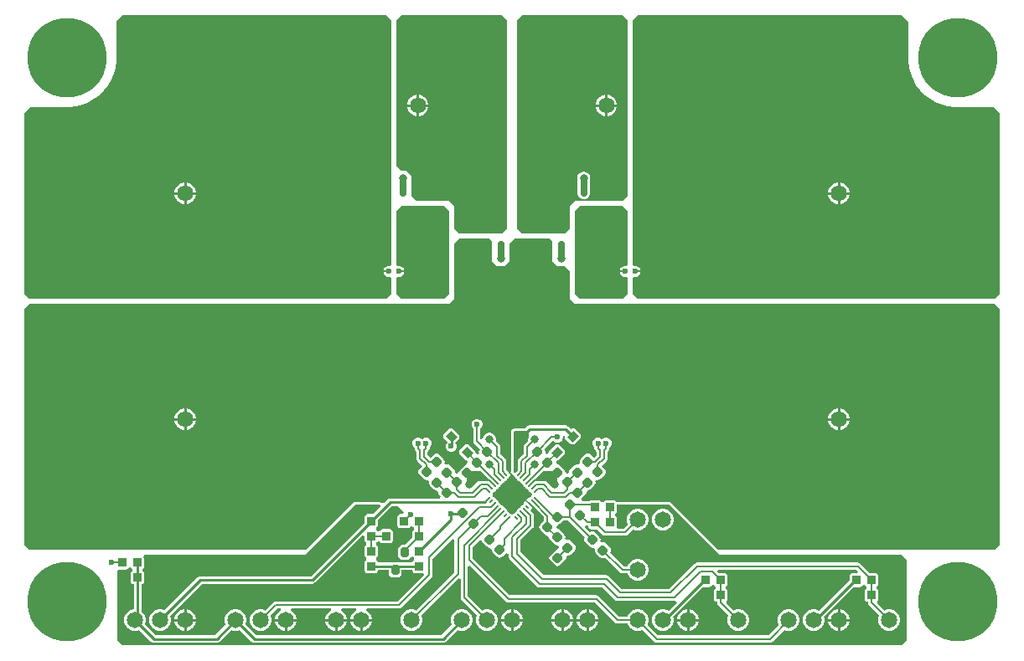
<source format=gtl>
G04*
G04 #@! TF.GenerationSoftware,Altium Limited,Altium Designer,23.3.1 (30)*
G04*
G04 Layer_Physical_Order=1*
G04 Layer_Color=255*
%FSLAX44Y44*%
%MOMM*%
G71*
G04*
G04 #@! TF.SameCoordinates,5E62E50F-23D3-44DB-91C1-88114AFB7521*
G04*
G04*
G04 #@! TF.FilePolarity,Positive*
G04*
G01*
G75*
%ADD10C,0.2000*%
G04:AMPARAMS|DCode=25|XSize=0.889mm|YSize=0.889mm|CornerRadius=0.1111mm|HoleSize=0mm|Usage=FLASHONLY|Rotation=180.000|XOffset=0mm|YOffset=0mm|HoleType=Round|Shape=RoundedRectangle|*
%AMROUNDEDRECTD25*
21,1,0.8890,0.6668,0,0,180.0*
21,1,0.6668,0.8890,0,0,180.0*
1,1,0.2223,-0.3334,0.3334*
1,1,0.2223,0.3334,0.3334*
1,1,0.2223,0.3334,-0.3334*
1,1,0.2223,-0.3334,-0.3334*
%
%ADD25ROUNDEDRECTD25*%
%ADD26R,1.9000X4.4000*%
G04:AMPARAMS|DCode=27|XSize=0.889mm|YSize=0.889mm|CornerRadius=0.0889mm|HoleSize=0mm|Usage=FLASHONLY|Rotation=0.000|XOffset=0mm|YOffset=0mm|HoleType=Round|Shape=RoundedRectangle|*
%AMROUNDEDRECTD27*
21,1,0.8890,0.7112,0,0,0.0*
21,1,0.7112,0.8890,0,0,0.0*
1,1,0.1778,0.3556,-0.3556*
1,1,0.1778,-0.3556,-0.3556*
1,1,0.1778,-0.3556,0.3556*
1,1,0.1778,0.3556,0.3556*
%
%ADD27ROUNDEDRECTD27*%
G04:AMPARAMS|DCode=28|XSize=0.889mm|YSize=0.889mm|CornerRadius=0.1111mm|HoleSize=0mm|Usage=FLASHONLY|Rotation=270.000|XOffset=0mm|YOffset=0mm|HoleType=Round|Shape=RoundedRectangle|*
%AMROUNDEDRECTD28*
21,1,0.8890,0.6668,0,0,270.0*
21,1,0.6668,0.8890,0,0,270.0*
1,1,0.2223,-0.3334,-0.3334*
1,1,0.2223,-0.3334,0.3334*
1,1,0.2223,0.3334,0.3334*
1,1,0.2223,0.3334,-0.3334*
%
%ADD28ROUNDEDRECTD28*%
G04:AMPARAMS|DCode=29|XSize=0.802mm|YSize=0.972mm|CornerRadius=0.2005mm|HoleSize=0mm|Usage=FLASHONLY|Rotation=0.000|XOffset=0mm|YOffset=0mm|HoleType=Round|Shape=RoundedRectangle|*
%AMROUNDEDRECTD29*
21,1,0.8020,0.5710,0,0,0.0*
21,1,0.4010,0.9720,0,0,0.0*
1,1,0.4010,0.2005,-0.2855*
1,1,0.4010,-0.2005,-0.2855*
1,1,0.4010,-0.2005,0.2855*
1,1,0.4010,0.2005,0.2855*
%
%ADD29ROUNDEDRECTD29*%
G04:AMPARAMS|DCode=30|XSize=1.0795mm|YSize=1.397mm|CornerRadius=0.108mm|HoleSize=0mm|Usage=FLASHONLY|Rotation=90.000|XOffset=0mm|YOffset=0mm|HoleType=Round|Shape=RoundedRectangle|*
%AMROUNDEDRECTD30*
21,1,1.0795,1.1811,0,0,90.0*
21,1,0.8636,1.3970,0,0,90.0*
1,1,0.2159,0.5906,0.4318*
1,1,0.2159,0.5906,-0.4318*
1,1,0.2159,-0.5906,-0.4318*
1,1,0.2159,-0.5906,0.4318*
%
%ADD30ROUNDEDRECTD30*%
G04:AMPARAMS|DCode=31|XSize=0.5mm|YSize=0.2mm|CornerRadius=0mm|HoleSize=0mm|Usage=FLASHONLY|Rotation=135.000|XOffset=0mm|YOffset=0mm|HoleType=Round|Shape=Round|*
%AMOVALD31*
21,1,0.3000,0.2000,0.0000,0.0000,135.0*
1,1,0.2000,0.1061,-0.1061*
1,1,0.2000,-0.1061,0.1061*
%
%ADD31OVALD31*%

G04:AMPARAMS|DCode=32|XSize=0.5mm|YSize=0.2mm|CornerRadius=0mm|HoleSize=0mm|Usage=FLASHONLY|Rotation=225.000|XOffset=0mm|YOffset=0mm|HoleType=Round|Shape=Round|*
%AMOVALD32*
21,1,0.3000,0.2000,0.0000,0.0000,225.0*
1,1,0.2000,0.1061,0.1061*
1,1,0.2000,-0.1061,-0.1061*
%
%ADD32OVALD32*%

G04:AMPARAMS|DCode=33|XSize=0.889mm|YSize=0.889mm|CornerRadius=0.0889mm|HoleSize=0mm|Usage=FLASHONLY|Rotation=315.000|XOffset=0mm|YOffset=0mm|HoleType=Round|Shape=RoundedRectangle|*
%AMROUNDEDRECTD33*
21,1,0.8890,0.7112,0,0,315.0*
21,1,0.7112,0.8890,0,0,315.0*
1,1,0.1778,0.0000,-0.5029*
1,1,0.1778,-0.5029,0.0000*
1,1,0.1778,0.0000,0.5029*
1,1,0.1778,0.5029,0.0000*
%
%ADD33ROUNDEDRECTD33*%
G04:AMPARAMS|DCode=34|XSize=0.889mm|YSize=0.889mm|CornerRadius=0.1111mm|HoleSize=0mm|Usage=FLASHONLY|Rotation=315.000|XOffset=0mm|YOffset=0mm|HoleType=Round|Shape=RoundedRectangle|*
%AMROUNDEDRECTD34*
21,1,0.8890,0.6668,0,0,315.0*
21,1,0.6668,0.8890,0,0,315.0*
1,1,0.2223,0.0000,-0.4715*
1,1,0.2223,-0.4715,0.0000*
1,1,0.2223,0.0000,0.4715*
1,1,0.2223,0.4715,0.0000*
%
%ADD34ROUNDEDRECTD34*%
G04:AMPARAMS|DCode=35|XSize=0.889mm|YSize=0.889mm|CornerRadius=0.1111mm|HoleSize=0mm|Usage=FLASHONLY|Rotation=225.000|XOffset=0mm|YOffset=0mm|HoleType=Round|Shape=RoundedRectangle|*
%AMROUNDEDRECTD35*
21,1,0.8890,0.6668,0,0,225.0*
21,1,0.6668,0.8890,0,0,225.0*
1,1,0.2223,-0.4715,0.0000*
1,1,0.2223,0.0000,0.4715*
1,1,0.2223,0.4715,0.0000*
1,1,0.2223,0.0000,-0.4715*
%
%ADD35ROUNDEDRECTD35*%
G04:AMPARAMS|DCode=36|XSize=0.889mm|YSize=0.889mm|CornerRadius=0.0889mm|HoleSize=0mm|Usage=FLASHONLY|Rotation=45.000|XOffset=0mm|YOffset=0mm|HoleType=Round|Shape=RoundedRectangle|*
%AMROUNDEDRECTD36*
21,1,0.8890,0.7112,0,0,45.0*
21,1,0.7112,0.8890,0,0,45.0*
1,1,0.1778,0.5029,0.0000*
1,1,0.1778,0.0000,-0.5029*
1,1,0.1778,-0.5029,0.0000*
1,1,0.1778,0.0000,0.5029*
%
%ADD36ROUNDEDRECTD36*%
G04:AMPARAMS|DCode=37|XSize=0.9mm|YSize=0.8mm|CornerRadius=0.1mm|HoleSize=0mm|Usage=FLASHONLY|Rotation=45.000|XOffset=0mm|YOffset=0mm|HoleType=Round|Shape=RoundedRectangle|*
%AMROUNDEDRECTD37*
21,1,0.9000,0.6000,0,0,45.0*
21,1,0.7000,0.8000,0,0,45.0*
1,1,0.2000,0.4596,0.0354*
1,1,0.2000,-0.0354,-0.4596*
1,1,0.2000,-0.4596,-0.0354*
1,1,0.2000,0.0354,0.4596*
%
%ADD37ROUNDEDRECTD37*%
G04:AMPARAMS|DCode=38|XSize=0.9mm|YSize=0.8mm|CornerRadius=0.1mm|HoleSize=0mm|Usage=FLASHONLY|Rotation=135.000|XOffset=0mm|YOffset=0mm|HoleType=Round|Shape=RoundedRectangle|*
%AMROUNDEDRECTD38*
21,1,0.9000,0.6000,0,0,135.0*
21,1,0.7000,0.8000,0,0,135.0*
1,1,0.2000,-0.0354,0.4596*
1,1,0.2000,0.4596,-0.0354*
1,1,0.2000,0.0354,-0.4596*
1,1,0.2000,-0.4596,0.0354*
%
%ADD38ROUNDEDRECTD38*%
G04:AMPARAMS|DCode=39|XSize=0.889mm|YSize=0.889mm|CornerRadius=0.0889mm|HoleSize=0mm|Usage=FLASHONLY|Rotation=90.000|XOffset=0mm|YOffset=0mm|HoleType=Round|Shape=RoundedRectangle|*
%AMROUNDEDRECTD39*
21,1,0.8890,0.7112,0,0,90.0*
21,1,0.7112,0.8890,0,0,90.0*
1,1,0.1778,0.3556,0.3556*
1,1,0.1778,0.3556,-0.3556*
1,1,0.1778,-0.3556,-0.3556*
1,1,0.1778,-0.3556,0.3556*
%
%ADD39ROUNDEDRECTD39*%
%ADD40R,3.2500X5.0000*%
G04:AMPARAMS|DCode=41|XSize=2.7mm|YSize=1.3mm|CornerRadius=0.1625mm|HoleSize=0mm|Usage=FLASHONLY|Rotation=180.000|XOffset=0mm|YOffset=0mm|HoleType=Round|Shape=RoundedRectangle|*
%AMROUNDEDRECTD41*
21,1,2.7000,0.9750,0,0,180.0*
21,1,2.3750,1.3000,0,0,180.0*
1,1,0.3250,-1.1875,0.4875*
1,1,0.3250,1.1875,0.4875*
1,1,0.3250,1.1875,-0.4875*
1,1,0.3250,-1.1875,-0.4875*
%
%ADD41ROUNDEDRECTD41*%
G04:AMPARAMS|DCode=42|XSize=1.27mm|YSize=2.032mm|CornerRadius=0.127mm|HoleSize=0mm|Usage=FLASHONLY|Rotation=0.000|XOffset=0mm|YOffset=0mm|HoleType=Round|Shape=RoundedRectangle|*
%AMROUNDEDRECTD42*
21,1,1.2700,1.7780,0,0,0.0*
21,1,1.0160,2.0320,0,0,0.0*
1,1,0.2540,0.5080,-0.8890*
1,1,0.2540,-0.5080,-0.8890*
1,1,0.2540,-0.5080,0.8890*
1,1,0.2540,0.5080,0.8890*
%
%ADD42ROUNDEDRECTD42*%
G04:AMPARAMS|DCode=68|XSize=0.7mm|YSize=1.15mm|CornerRadius=0.175mm|HoleSize=0mm|Usage=FLASHONLY|Rotation=180.000|XOffset=0mm|YOffset=0mm|HoleType=Round|Shape=RoundedRectangle|*
%AMROUNDEDRECTD68*
21,1,0.7000,0.8000,0,0,180.0*
21,1,0.3500,1.1500,0,0,180.0*
1,1,0.3500,-0.1750,0.4000*
1,1,0.3500,0.1750,0.4000*
1,1,0.3500,0.1750,-0.4000*
1,1,0.3500,-0.1750,-0.4000*
%
%ADD68ROUNDEDRECTD68*%
G04:AMPARAMS|DCode=69|XSize=4.7mm|YSize=1.5mm|CornerRadius=0.15mm|HoleSize=0mm|Usage=FLASHONLY|Rotation=180.000|XOffset=0mm|YOffset=0mm|HoleType=Round|Shape=RoundedRectangle|*
%AMROUNDEDRECTD69*
21,1,4.7000,1.2000,0,0,180.0*
21,1,4.4000,1.5000,0,0,180.0*
1,1,0.3000,-2.2000,0.6000*
1,1,0.3000,2.2000,0.6000*
1,1,0.3000,2.2000,-0.6000*
1,1,0.3000,-2.2000,-0.6000*
%
%ADD69ROUNDEDRECTD69*%
G04:AMPARAMS|DCode=70|XSize=4.2mm|YSize=3.3mm|CornerRadius=0.198mm|HoleSize=0mm|Usage=FLASHONLY|Rotation=180.000|XOffset=0mm|YOffset=0mm|HoleType=Round|Shape=RoundedRectangle|*
%AMROUNDEDRECTD70*
21,1,4.2000,2.9040,0,0,180.0*
21,1,3.8040,3.3000,0,0,180.0*
1,1,0.3960,-1.9020,1.4520*
1,1,0.3960,1.9020,1.4520*
1,1,0.3960,1.9020,-1.4520*
1,1,0.3960,-1.9020,-1.4520*
%
%ADD70ROUNDEDRECTD70*%
%ADD71P,3.9598X4X360.0*%
%ADD72C,0.2000*%
%ADD73C,0.2540*%
%ADD74C,0.7000*%
%ADD75C,1.6500*%
%ADD76C,9.0000*%
%ADD77C,8.0000*%
%ADD78C,0.6000*%
%ADD79C,0.8000*%
%ADD80C,0.5000*%
G36*
X661760Y693140D02*
X666840Y688060D01*
Y510260D01*
X661760Y505180D01*
X613500D01*
X608420Y500100D01*
Y477240D01*
X603340Y472160D01*
X560160D01*
X555080Y477240D01*
X555080Y688060D01*
X560160Y693140D01*
X661760Y693140D01*
D02*
G37*
G36*
X539840D02*
X544920Y688060D01*
Y477240D01*
X539840Y472160D01*
X496660D01*
X491580Y477240D01*
Y500100D01*
X486500Y505180D01*
X453480D01*
X448400Y510260D01*
Y530580D01*
X443320Y535660D01*
X438240Y535660D01*
X433160Y540740D01*
Y688060D01*
X438240Y693140D01*
X539840Y693140D01*
D02*
G37*
G36*
X590640Y464540D02*
Y444220D01*
X595720Y439140D01*
X603340D01*
X608420Y434060D01*
Y406120D01*
X613500Y401040D01*
X1037680D01*
X1042760Y395960D01*
X1042760Y157200D01*
X1037680Y152120D01*
X758132D01*
X710581Y199671D01*
X709741Y200233D01*
X708750Y200430D01*
X656112D01*
X655738Y200355D01*
X655088Y201328D01*
X653954Y202086D01*
X652616Y202352D01*
X645504D01*
X644166Y202086D01*
X643032Y201328D01*
X642551Y200609D01*
X641775Y200443D01*
X641105D01*
X640329Y200609D01*
X639848Y201328D01*
X638714Y202086D01*
X637376Y202352D01*
X630264D01*
X628926Y202086D01*
X628434Y201758D01*
X620676D01*
X619847Y203757D01*
X623849Y207760D01*
X624607Y208894D01*
X624851Y210122D01*
X624911Y210295D01*
X625866Y211911D01*
X626395Y212055D01*
X627317Y212238D01*
X628524Y213045D01*
X633239Y217759D01*
X634046Y218967D01*
X634329Y220392D01*
X634139Y221350D01*
X634631Y222091D01*
X634969Y222430D01*
X635710Y222921D01*
X636668Y222731D01*
X638093Y223014D01*
X639301Y223821D01*
X644015Y228536D01*
X644822Y229743D01*
X645106Y231168D01*
X644822Y232593D01*
X644015Y233801D01*
X640544Y237271D01*
X645452Y242179D01*
X646235Y243350D01*
X646509Y244732D01*
Y251504D01*
X647443Y252438D01*
X648225Y253609D01*
X648500Y254990D01*
Y255845D01*
X649587Y256932D01*
X650431Y258968D01*
Y261172D01*
X649587Y263208D01*
X648029Y264767D01*
X645993Y265610D01*
X643789D01*
X641752Y264767D01*
X640900Y263914D01*
X640048Y264767D01*
X638011Y265610D01*
X635807D01*
X633771Y264767D01*
X632213Y263208D01*
X631369Y261172D01*
Y258968D01*
X632213Y256932D01*
X633300Y255845D01*
Y254990D01*
X633575Y253609D01*
X634357Y252438D01*
X635291Y251504D01*
Y247883D01*
X632612Y245204D01*
X629141Y248675D01*
X627933Y249482D01*
X626508Y249766D01*
X625084Y249482D01*
X623876Y248675D01*
X619161Y243960D01*
X618354Y242753D01*
X618071Y241328D01*
X618261Y240370D01*
X617770Y239629D01*
X617431Y239291D01*
X616690Y238799D01*
X615732Y238989D01*
X614307Y238706D01*
X613100Y237899D01*
X608385Y233184D01*
X607578Y231977D01*
X607394Y231055D01*
X607251Y230526D01*
X605635Y229571D01*
X603942Y230584D01*
X603834Y231071D01*
X603671Y231890D01*
X602913Y233024D01*
X597884Y238053D01*
X596750Y238811D01*
X595932Y238974D01*
X595724Y239020D01*
X594669Y240811D01*
X595181Y242420D01*
X595888Y242668D01*
X596236Y242738D01*
X597407Y243520D01*
X602357Y248470D01*
X603139Y249641D01*
X603414Y251022D01*
X603139Y252403D01*
X602357Y253574D01*
X598114Y257817D01*
X596943Y258599D01*
X595562Y258874D01*
X594181Y258599D01*
X593010Y257817D01*
X588060Y252867D01*
X587277Y251696D01*
X587114Y250873D01*
X587003Y250315D01*
X585868Y249237D01*
X585020Y249068D01*
X584354Y249500D01*
X583880Y249974D01*
X583448Y250640D01*
X583617Y251488D01*
X583351Y252826D01*
X582623Y253915D01*
X591507Y262799D01*
X592582Y261723D01*
X594618Y260880D01*
X596822D01*
X598858Y261723D01*
X600417Y263282D01*
X601260Y265318D01*
Y267522D01*
X602265Y268455D01*
X603353Y267017D01*
X603266Y266578D01*
X603541Y265197D01*
X604323Y264026D01*
X608566Y259783D01*
X609737Y259001D01*
X611118Y258726D01*
X612499Y259001D01*
X613670Y259783D01*
X618620Y264733D01*
X619403Y265904D01*
X619677Y267285D01*
X619403Y268666D01*
X618620Y269837D01*
X614378Y274080D01*
X613206Y274862D01*
X611825Y275137D01*
X610444Y274862D01*
X609599Y274298D01*
X606943Y276954D01*
X605683Y277796D01*
X604197Y278092D01*
X567466D01*
X565979Y277796D01*
X564719Y276954D01*
X563143Y275378D01*
X552985D01*
X552891Y275360D01*
X552540D01*
X551549Y275163D01*
X550709Y274601D01*
X550466Y274358D01*
X550375Y274298D01*
X550314Y274207D01*
X549439Y273331D01*
X548877Y272491D01*
X548680Y271500D01*
Y233555D01*
X548665Y233477D01*
Y231257D01*
X547158Y230486D01*
X546783Y230463D01*
X544084Y233162D01*
Y241655D01*
X543810Y243036D01*
X543027Y244207D01*
X538369Y248865D01*
Y256260D01*
X538095Y257641D01*
X537312Y258812D01*
X533559Y262566D01*
X533680Y263019D01*
Y264741D01*
X533234Y266404D01*
X532373Y267896D01*
X531156Y269113D01*
X529664Y269974D01*
X528001Y270420D01*
X526279D01*
X524616Y269974D01*
X523124Y269113D01*
X521907Y267896D01*
X521046Y266404D01*
X520770Y265377D01*
X519217Y264493D01*
X518600Y264382D01*
X518049Y264730D01*
Y274895D01*
X519137Y275982D01*
X519980Y278018D01*
Y280222D01*
X519137Y282258D01*
X517578Y283817D01*
X515542Y284660D01*
X513338D01*
X511302Y283817D01*
X509743Y282258D01*
X508900Y280222D01*
Y278018D01*
X509743Y275982D01*
X510831Y274895D01*
Y261956D01*
X511105Y260575D01*
X511888Y259404D01*
X517377Y253915D01*
X516649Y252826D01*
X516383Y251488D01*
X516552Y250640D01*
X516120Y249974D01*
X515646Y249500D01*
X514980Y249068D01*
X514132Y249237D01*
X512997Y250315D01*
X512723Y251696D01*
X511940Y252867D01*
X506990Y257817D01*
X505819Y258599D01*
X504438Y258874D01*
X503057Y258599D01*
X501886Y257817D01*
X497643Y253574D01*
X496861Y252403D01*
X496586Y251022D01*
X496861Y249641D01*
X497643Y248470D01*
X502593Y243520D01*
X503764Y242738D01*
X504112Y242668D01*
X504819Y242420D01*
X505331Y240811D01*
X504276Y239020D01*
X504069Y238974D01*
X503250Y238811D01*
X502116Y238053D01*
X497087Y233024D01*
X496329Y231890D01*
X496166Y231071D01*
X496058Y230584D01*
X494365Y229571D01*
X492749Y230526D01*
X492606Y231055D01*
X492422Y231977D01*
X491615Y233184D01*
X486901Y237899D01*
X485693Y238706D01*
X484268Y238989D01*
X483310Y238799D01*
X482569Y239290D01*
X482230Y239629D01*
X481739Y240370D01*
X481929Y241328D01*
X481646Y242753D01*
X480839Y243960D01*
X476124Y248675D01*
X474917Y249482D01*
X473492Y249765D01*
X472067Y249482D01*
X470859Y248675D01*
X467389Y245204D01*
X464709Y247883D01*
Y251504D01*
X465643Y252438D01*
X466425Y253609D01*
X466700Y254990D01*
Y255845D01*
X467787Y256932D01*
X468631Y258968D01*
Y261172D01*
X467787Y263208D01*
X466229Y264767D01*
X464193Y265610D01*
X461989D01*
X459952Y264767D01*
X459100Y263914D01*
X458247Y264767D01*
X456211Y265610D01*
X454007D01*
X451971Y264767D01*
X450413Y263208D01*
X449569Y261172D01*
Y258968D01*
X450413Y256932D01*
X451500Y255845D01*
Y254990D01*
X451775Y253609D01*
X452557Y252438D01*
X453491Y251504D01*
Y244732D01*
X453765Y243350D01*
X454548Y242179D01*
X459456Y237271D01*
X455985Y233800D01*
X455178Y232593D01*
X454894Y231168D01*
X455178Y229743D01*
X455985Y228536D01*
X460700Y223821D01*
X461907Y223014D01*
X463332Y222731D01*
X464290Y222921D01*
X465031Y222430D01*
X465370Y222091D01*
X465861Y221350D01*
X465671Y220392D01*
X465954Y218967D01*
X466761Y217759D01*
X471476Y213045D01*
X472683Y212238D01*
X473605Y212054D01*
X474134Y211911D01*
X475089Y210296D01*
X475149Y210122D01*
X475393Y208894D01*
X476151Y207760D01*
X477798Y206112D01*
X477033Y204265D01*
X426810D01*
X425323Y203969D01*
X424063Y203127D01*
X420328Y199392D01*
X417994Y199671D01*
X417154Y200233D01*
X416163Y200430D01*
X391250Y200430D01*
X390259Y200233D01*
X389419Y199671D01*
X341867Y152120D01*
X62320D01*
X57240Y157200D01*
Y395960D01*
X62320Y401040D01*
X486500D01*
X491580Y406120D01*
Y462000D01*
X496660Y467080D01*
X527140D01*
X529680Y464540D01*
Y444220D01*
X534760Y439140D01*
X542380D01*
X547460Y444220D01*
Y462000D01*
X552540Y467080D01*
X588100D01*
X590640Y464540D01*
D02*
G37*
G36*
X680460Y433060D02*
X674460D01*
Y435060D01*
X680460D01*
Y433060D01*
D02*
G37*
G36*
X664300D02*
X658300D01*
Y435060D01*
X664300D01*
Y433060D01*
D02*
G37*
G36*
X441700D02*
X435700D01*
Y435060D01*
X441700D01*
Y433060D01*
D02*
G37*
G36*
X425540D02*
X419540D01*
Y435060D01*
X425540D01*
Y433060D01*
D02*
G37*
G36*
X666840Y495020D02*
X666840Y440561D01*
X665402Y439600D01*
X663198D01*
X661162Y438757D01*
X660055Y437650D01*
X658300D01*
X657309Y437453D01*
X656469Y436891D01*
X655907Y436051D01*
X655710Y435060D01*
Y433060D01*
X655907Y432069D01*
X656469Y431229D01*
X657309Y430667D01*
X658300Y430470D01*
X660055D01*
X661162Y429363D01*
X663198Y428520D01*
X664840D01*
X666840Y427163D01*
Y411200D01*
X661760Y406120D01*
X618580Y406120D01*
X613500Y411200D01*
Y495020D01*
X618580Y500100D01*
X661760D01*
X666840Y495020D01*
D02*
G37*
G36*
X428080Y688060D02*
Y440561D01*
X426642Y439600D01*
X424438D01*
X422402Y438757D01*
X421295Y437650D01*
X419540D01*
X418549Y437453D01*
X417709Y436891D01*
X417147Y436051D01*
X416950Y435060D01*
Y433060D01*
X417147Y432069D01*
X417709Y431229D01*
X418549Y430667D01*
X419540Y430470D01*
X421295D01*
X422402Y429363D01*
X424438Y428520D01*
X426642D01*
X428080Y427559D01*
Y411200D01*
X423000Y406120D01*
X62320Y406120D01*
X57240Y411200D01*
Y594079D01*
X63161Y600000D01*
X103277D01*
X109775Y600855D01*
X116106Y602552D01*
X122162Y605060D01*
X127838Y608337D01*
X133038Y612327D01*
X137673Y616962D01*
X141663Y622162D01*
X144940Y627838D01*
X147448Y633894D01*
X149144Y640225D01*
X150000Y646723D01*
Y650000D01*
Y686840D01*
X156300Y693140D01*
X423000D01*
X428080Y688060D01*
D02*
G37*
G36*
X950000Y686841D02*
Y650000D01*
Y646723D01*
X950855Y640225D01*
X952552Y633894D01*
X955060Y627838D01*
X958337Y622162D01*
X962327Y616962D01*
X966962Y612327D01*
X972162Y608337D01*
X977838Y605060D01*
X983894Y602552D01*
X990225Y600855D01*
X996723Y600000D01*
X1036840D01*
X1042760Y594080D01*
X1042760Y411200D01*
X1037680Y406120D01*
X677000Y406120D01*
X671920Y411200D01*
Y427559D01*
X673358Y428520D01*
X675562D01*
X677598Y429363D01*
X678705Y430470D01*
X680460D01*
X681451Y430667D01*
X682291Y431229D01*
X682853Y432069D01*
X683050Y433060D01*
Y435060D01*
X682853Y436051D01*
X682291Y436891D01*
X681451Y437453D01*
X680460Y437650D01*
X678705D01*
X677598Y438757D01*
X675562Y439600D01*
X673920D01*
X671920Y440957D01*
X671920Y502745D01*
X671920Y688060D01*
X677000Y693140D01*
X943701Y693140D01*
X950000Y686841D01*
D02*
G37*
G36*
X486500Y495020D02*
Y411200D01*
X481420Y406120D01*
X438240Y406120D01*
X433160Y411200D01*
Y427559D01*
X434598Y428520D01*
X436802D01*
X438838Y429363D01*
X439945Y430470D01*
X441700D01*
X442691Y430667D01*
X443531Y431229D01*
X444093Y432069D01*
X444290Y433060D01*
Y435060D01*
X444093Y436051D01*
X443531Y436891D01*
X442691Y437453D01*
X441700Y437650D01*
X439945D01*
X438838Y438757D01*
X436802Y439600D01*
X434598D01*
X433160Y440561D01*
Y495020D01*
X438240Y500100D01*
X481420D01*
X486500Y495020D01*
D02*
G37*
G36*
X566510Y271500D02*
Y265450D01*
X566320Y264741D01*
Y263019D01*
X566441Y262566D01*
X562688Y258812D01*
X561905Y257641D01*
X561631Y256260D01*
Y248865D01*
X556973Y244207D01*
X556190Y243036D01*
X555916Y241655D01*
Y233162D01*
X554215Y231462D01*
X554132Y231390D01*
X552831Y230534D01*
X551441Y231462D01*
X551283Y231620D01*
Y232381D01*
X551270Y232449D01*
Y271500D01*
X552540Y272770D01*
X565240D01*
X566510Y271500D01*
D02*
G37*
G36*
X595720Y229590D02*
Y217525D01*
X594450Y216255D01*
X590005D01*
X584290Y221970D01*
X573495Y221970D01*
Y223562D01*
X581428Y231495D01*
X593815D01*
X595720Y229590D01*
D02*
G37*
G36*
X526505Y223562D02*
Y221970D01*
X515710Y221970D01*
X509995Y216255D01*
X505550D01*
X504280Y217525D01*
Y229590D01*
X506185Y231495D01*
X518572D01*
X526505Y223562D01*
D02*
G37*
G36*
X549963Y228543D02*
X550276Y228075D01*
X551447Y227293D01*
X552177Y227148D01*
X552322Y226418D01*
X553105Y225247D01*
X554276Y224464D01*
X555005Y224319D01*
X555151Y223589D01*
X555933Y222418D01*
X557104Y221636D01*
X557834Y221491D01*
X557979Y220761D01*
X558761Y219590D01*
X559933Y218808D01*
X560662Y218662D01*
X560807Y217932D01*
X561590Y216761D01*
X562761Y215979D01*
X563491Y215834D01*
X563636Y215104D01*
X564418Y213933D01*
X565589Y213151D01*
X566319Y213006D01*
X566464Y212276D01*
X567247Y211105D01*
X568418Y210322D01*
X569148Y210177D01*
X569293Y209447D01*
X570075Y207724D01*
X569293Y206553D01*
X569148Y205823D01*
X568418Y205678D01*
X567247Y204895D01*
X565487Y205796D01*
X564496Y205993D01*
X563505Y205796D01*
X562664Y205235D01*
X561250Y203821D01*
X560689Y202981D01*
X560492Y201990D01*
X560689Y200998D01*
X561590Y199238D01*
X560807Y198067D01*
X560662Y197338D01*
X559932Y197192D01*
X558761Y196410D01*
X557979Y195239D01*
X557834Y194509D01*
X557104Y194364D01*
X555933Y193582D01*
X555151Y192411D01*
X555005Y191681D01*
X554276Y191536D01*
X553105Y190753D01*
X552322Y189582D01*
X552177Y188852D01*
X551447Y188707D01*
X550276Y187925D01*
X549724D01*
X548553Y188707D01*
X547823Y188852D01*
X547678Y189582D01*
X546895Y190753D01*
X545724Y191536D01*
X544994Y191681D01*
X544849Y192411D01*
X544067Y193582D01*
X542896Y194364D01*
X542166Y194509D01*
X542021Y195239D01*
X541238Y196410D01*
X540067Y197192D01*
X539338Y197338D01*
X539192Y198067D01*
X538410Y199238D01*
X537239Y200021D01*
X536509Y200166D01*
X536364Y200896D01*
X535582Y202067D01*
X534411Y202849D01*
X533681Y202994D01*
X533536Y203724D01*
X532753Y204895D01*
X531582Y205678D01*
X530852Y205823D01*
X530707Y206553D01*
X530050Y208000D01*
X530707Y209447D01*
X530852Y210177D01*
X531582Y210322D01*
X532753Y211105D01*
X533536Y212276D01*
X533681Y213006D01*
X534411Y213151D01*
X535582Y213933D01*
X536364Y215104D01*
X536509Y215834D01*
X537239Y215979D01*
X538410Y216761D01*
X539192Y217932D01*
X539338Y218662D01*
X540067Y218808D01*
X541239Y219590D01*
X542021Y220761D01*
X542166Y221491D01*
X542896Y221636D01*
X544067Y222418D01*
X544849Y223589D01*
X544995Y224319D01*
X545724Y224464D01*
X546895Y225247D01*
X547678Y226418D01*
X547945Y227764D01*
X548189Y227920D01*
X549333Y228506D01*
X549825Y228636D01*
X549963Y228543D01*
D02*
G37*
G36*
X568738Y199161D02*
X567324Y197747D01*
X563082Y201990D01*
X564496Y203404D01*
X568738Y199161D01*
D02*
G37*
G36*
X440613Y190387D02*
X439785Y188386D01*
X437446D01*
X436022Y188103D01*
X434814Y187296D01*
X434007Y186088D01*
X433724Y184664D01*
Y177996D01*
X434007Y176572D01*
X434814Y175364D01*
X436022Y174557D01*
X437446Y174273D01*
X444114D01*
X445538Y174557D01*
X446746Y175364D01*
X447289Y176176D01*
X448160Y176352D01*
X448640D01*
X449511Y176176D01*
X450054Y175364D01*
X450866Y174821D01*
X451042Y173949D01*
X451042Y173471D01*
X450866Y172599D01*
X450054Y172056D01*
X449247Y170848D01*
X448963Y169424D01*
Y164138D01*
X441855Y157029D01*
X439385D01*
X437612Y156676D01*
X436108Y155672D01*
X435104Y154168D01*
X434751Y152395D01*
Y146685D01*
X435104Y144912D01*
X436108Y143408D01*
X437612Y142404D01*
X439385Y142051D01*
X443395D01*
X445168Y142404D01*
X446672Y143408D01*
X447676Y144912D01*
X449789Y145280D01*
X450054Y144884D01*
X450866Y144341D01*
X451042Y143470D01*
Y142990D01*
X450866Y142119D01*
X450054Y141576D01*
X449247Y140368D01*
X449073Y139495D01*
X435660D01*
X434361Y139236D01*
X433895Y139329D01*
X429885D01*
X429419Y139236D01*
X428120Y139495D01*
X414707D01*
X414533Y140368D01*
X413726Y141576D01*
X412914Y142119D01*
X412738Y142990D01*
Y143470D01*
X412914Y144341D01*
X413726Y144884D01*
X414533Y146092D01*
X414817Y147516D01*
Y154184D01*
X414533Y155608D01*
X413726Y156816D01*
X412914Y157359D01*
X412738Y158231D01*
Y158709D01*
X412914Y159581D01*
X413726Y160124D01*
X414236Y160887D01*
X415187Y161036D01*
X415820Y161012D01*
X416440Y160859D01*
X416972Y160062D01*
X418106Y159304D01*
X419444Y159038D01*
X426556D01*
X427894Y159304D01*
X429028Y160062D01*
X429786Y161196D01*
X430052Y162534D01*
Y169646D01*
X429786Y170984D01*
X429028Y172118D01*
X427894Y172876D01*
X426556Y173142D01*
X419444D01*
X418106Y172876D01*
X416972Y172118D01*
X416439Y171321D01*
X415820Y171168D01*
X415187Y171144D01*
X414236Y171293D01*
X413726Y172056D01*
X412914Y172599D01*
X412738Y173470D01*
Y173950D01*
X412914Y174821D01*
X413726Y175364D01*
X414533Y176572D01*
X414817Y177996D01*
Y182893D01*
X428419Y196495D01*
X434505D01*
X440613Y190387D01*
D02*
G37*
G36*
X416163Y197840D02*
X416928Y195992D01*
X409323Y188386D01*
X404426D01*
X403002Y188103D01*
X401794Y187296D01*
X400987Y186088D01*
X400704Y184664D01*
Y179767D01*
X346461Y125525D01*
X235040D01*
X233553Y125229D01*
X232293Y124387D01*
X198816Y90910D01*
X198565Y91055D01*
X195821Y91790D01*
X192980D01*
X190235Y91055D01*
X187775Y89634D01*
X185766Y87625D01*
X184345Y85165D01*
X183610Y82421D01*
Y79580D01*
X184345Y76835D01*
X185766Y74375D01*
X187775Y72366D01*
X190235Y70945D01*
X192980Y70210D01*
X195821D01*
X198565Y70945D01*
X201025Y72366D01*
X203034Y74375D01*
X204455Y76835D01*
X205190Y79580D01*
Y82421D01*
X204455Y85165D01*
X204310Y85416D01*
X236649Y117755D01*
X348070D01*
X349557Y118051D01*
X350817Y118893D01*
X398856Y166932D01*
X400704Y166166D01*
Y162756D01*
X400987Y161332D01*
X401794Y160124D01*
X402606Y159581D01*
X402782Y158709D01*
Y158231D01*
X402606Y157359D01*
X401794Y156816D01*
X400987Y155608D01*
X400704Y154184D01*
Y147516D01*
X400987Y146092D01*
X401794Y144884D01*
X402606Y144341D01*
X402782Y143470D01*
Y142990D01*
X402606Y142119D01*
X401794Y141576D01*
X400987Y140368D01*
X400704Y138944D01*
Y132276D01*
X400987Y130852D01*
X401794Y129644D01*
X403002Y128837D01*
X404426Y128554D01*
X411094D01*
X412518Y128837D01*
X413726Y129644D01*
X414533Y130852D01*
X414707Y131726D01*
X425251D01*
Y128985D01*
X425604Y127212D01*
X426608Y125708D01*
X428112Y124704D01*
X429885Y124351D01*
X433895D01*
X435668Y124704D01*
X437172Y125708D01*
X438176Y127212D01*
X438529Y128985D01*
Y131725D01*
X449073D01*
X449247Y130852D01*
X450054Y129644D01*
X451262Y128837D01*
X452686Y128553D01*
X459354D01*
X460261Y128734D01*
X461356Y127001D01*
X434205Y99849D01*
X311240D01*
X309859Y99575D01*
X308688Y98792D01*
X300663Y90767D01*
X300165Y91055D01*
X297421Y91790D01*
X294580D01*
X291835Y91055D01*
X289375Y89634D01*
X287366Y87625D01*
X285945Y85165D01*
X285210Y82421D01*
Y79580D01*
X285945Y76835D01*
X287366Y74375D01*
X289375Y72366D01*
X291835Y70945D01*
X294580Y70210D01*
X297421D01*
X300165Y70945D01*
X302625Y72366D01*
X304634Y74375D01*
X306055Y76835D01*
X306790Y79580D01*
Y82421D01*
X306055Y85165D01*
X305767Y85663D01*
X312735Y92631D01*
X315965D01*
X316501Y90631D01*
X314775Y89634D01*
X312766Y87625D01*
X311345Y85165D01*
X310610Y82421D01*
Y82270D01*
X321400D01*
X332190D01*
Y82421D01*
X331455Y85165D01*
X330034Y87625D01*
X328025Y89634D01*
X326299Y90631D01*
X326835Y92631D01*
X366765D01*
X367301Y90631D01*
X365575Y89634D01*
X363566Y87625D01*
X362145Y85165D01*
X361410Y82421D01*
Y82270D01*
X372200D01*
X382990D01*
Y82421D01*
X382255Y85165D01*
X380834Y87625D01*
X378825Y89634D01*
X377099Y90631D01*
X377635Y92631D01*
X392165D01*
X392701Y90631D01*
X390975Y89634D01*
X388966Y87625D01*
X387545Y85165D01*
X386810Y82421D01*
Y82270D01*
X397600D01*
Y81000D01*
D01*
Y82270D01*
X408390D01*
Y82421D01*
X407655Y85165D01*
X406234Y87625D01*
X404225Y89634D01*
X402499Y90631D01*
X403035Y92631D01*
X435700D01*
X437081Y92905D01*
X438252Y93688D01*
X468732Y124168D01*
X469515Y125339D01*
X469789Y126720D01*
Y143005D01*
X489825Y163040D01*
X491781Y162168D01*
Y129485D01*
X453063Y90767D01*
X452565Y91055D01*
X449821Y91790D01*
X446979D01*
X444235Y91055D01*
X441775Y89634D01*
X439766Y87625D01*
X438345Y85165D01*
X437610Y82421D01*
Y79580D01*
X438345Y76835D01*
X439766Y74375D01*
X441775Y72366D01*
X444235Y70945D01*
X446979Y70210D01*
X449821D01*
X452565Y70945D01*
X455025Y72366D01*
X457034Y74375D01*
X458455Y76835D01*
X459190Y79580D01*
Y82421D01*
X458455Y85165D01*
X458167Y85663D01*
X496131Y123626D01*
X498131Y122798D01*
Y103860D01*
X498405Y102479D01*
X499188Y101308D01*
X514833Y85663D01*
X514545Y85165D01*
X513810Y82421D01*
Y79580D01*
X514545Y76835D01*
X515966Y74375D01*
X517975Y72366D01*
X520435Y70945D01*
X523180Y70210D01*
X526021D01*
X528765Y70945D01*
X531225Y72366D01*
X533234Y74375D01*
X534655Y76835D01*
X535390Y79580D01*
Y82421D01*
X534655Y85165D01*
X533234Y87625D01*
X531225Y89634D01*
X528765Y91055D01*
X526021Y91790D01*
X523180D01*
X520435Y91055D01*
X519937Y90767D01*
X505349Y105355D01*
Y135713D01*
X507197Y136479D01*
X543638Y100038D01*
X544809Y99255D01*
X546190Y98981D01*
X633595D01*
X654128Y78448D01*
X655299Y77665D01*
X656680Y77391D01*
X656680Y77391D01*
X666796D01*
X666945Y76835D01*
X668366Y74375D01*
X670375Y72366D01*
X672835Y70945D01*
X675580Y70210D01*
X678420D01*
X681165Y70945D01*
X681663Y71233D01*
X693498Y59398D01*
X694669Y58615D01*
X696050Y58341D01*
X810350D01*
X811731Y58615D01*
X812902Y59398D01*
X824737Y71233D01*
X825235Y70945D01*
X827980Y70210D01*
X830820D01*
X833565Y70945D01*
X836025Y72366D01*
X838034Y74375D01*
X839455Y76835D01*
X840190Y79580D01*
Y82421D01*
X839455Y85165D01*
X838034Y87625D01*
X836025Y89634D01*
X833565Y91055D01*
X830820Y91790D01*
X827980D01*
X825235Y91055D01*
X822775Y89634D01*
X820766Y87625D01*
X819345Y85165D01*
X818610Y82421D01*
Y79580D01*
X819345Y76835D01*
X819633Y76337D01*
X808855Y65559D01*
X697545D01*
X686767Y76337D01*
X687055Y76835D01*
X687790Y79580D01*
Y82421D01*
X687055Y85165D01*
X685634Y87625D01*
X683625Y89634D01*
X681165Y91055D01*
X678420Y91790D01*
X675580D01*
X672835Y91055D01*
X670375Y89634D01*
X668366Y87625D01*
X666945Y85165D01*
X666796Y84609D01*
X658175D01*
X637642Y105142D01*
X636471Y105925D01*
X635090Y106199D01*
X547685D01*
X510429Y143455D01*
Y154840D01*
X517172Y161582D01*
X519091Y161203D01*
X519409Y160991D01*
X520101Y159956D01*
X524816Y155241D01*
X526023Y154434D01*
X527448Y154151D01*
X527475Y154156D01*
X529176Y152455D01*
X529171Y152428D01*
X529454Y151003D01*
X530261Y149796D01*
X534976Y145081D01*
X536183Y144274D01*
X537608Y143991D01*
X539033Y144274D01*
X540240Y145081D01*
X544391Y149231D01*
X546391Y148433D01*
Y145770D01*
X546665Y144389D01*
X547448Y143218D01*
X575388Y115278D01*
X576559Y114495D01*
X577940Y114221D01*
X641215D01*
X654128Y101308D01*
X655299Y100525D01*
X656680Y100251D01*
X713830D01*
X715211Y100525D01*
X716458Y98953D01*
X707829Y90325D01*
X706565Y91055D01*
X703820Y91790D01*
X700980D01*
X698235Y91055D01*
X695775Y89634D01*
X693766Y87625D01*
X692345Y85165D01*
X691610Y82421D01*
Y79580D01*
X692345Y76835D01*
X693766Y74375D01*
X695775Y72366D01*
X698235Y70945D01*
X700980Y70210D01*
X703820D01*
X706565Y70945D01*
X709025Y72366D01*
X711034Y74375D01*
X712455Y76835D01*
X713190Y79580D01*
Y82421D01*
X712709Y84217D01*
X743076Y114584D01*
X748914D01*
X750338Y114867D01*
X751546Y115674D01*
X752089Y116486D01*
X752960Y116662D01*
X753440D01*
X754311Y116486D01*
X754854Y115674D01*
X755617Y115164D01*
X755766Y114213D01*
X755742Y113580D01*
X755589Y112961D01*
X754792Y112428D01*
X754034Y111294D01*
X753768Y109956D01*
Y102844D01*
X754034Y101506D01*
X754792Y100372D01*
X755926Y99614D01*
X757211Y99358D01*
Y98780D01*
X757485Y97399D01*
X758268Y96228D01*
X768833Y85663D01*
X768545Y85165D01*
X767810Y82421D01*
Y79580D01*
X768545Y76835D01*
X769966Y74375D01*
X771975Y72366D01*
X774435Y70945D01*
X777179Y70210D01*
X780021D01*
X782765Y70945D01*
X785225Y72366D01*
X787234Y74375D01*
X788655Y76835D01*
X789390Y79580D01*
Y82421D01*
X788655Y85165D01*
X787234Y87625D01*
X785225Y89634D01*
X782765Y91055D01*
X780021Y91790D01*
X777179D01*
X774435Y91055D01*
X773937Y90767D01*
X766765Y97939D01*
X766848Y100372D01*
X767606Y101506D01*
X767872Y102844D01*
Y109956D01*
X767606Y111294D01*
X766848Y112428D01*
X766051Y112961D01*
X765898Y113580D01*
X765874Y114213D01*
X766023Y115164D01*
X766786Y115674D01*
X767593Y116882D01*
X767876Y118306D01*
Y124974D01*
X767593Y126398D01*
X766786Y127606D01*
X765578Y128413D01*
X764154Y128696D01*
X758868D01*
X757411Y130153D01*
X758177Y132001D01*
X897755D01*
X899211Y130544D01*
X898446Y128696D01*
X894646D01*
X893222Y128413D01*
X892014Y127606D01*
X891207Y126398D01*
X890923Y124974D01*
Y121279D01*
X860064Y90420D01*
X858965Y91055D01*
X856220Y91790D01*
X853380D01*
X850635Y91055D01*
X848175Y89634D01*
X846166Y87625D01*
X844745Y85165D01*
X844010Y82421D01*
Y79580D01*
X844745Y76835D01*
X846166Y74375D01*
X848175Y72366D01*
X850635Y70945D01*
X853380Y70210D01*
X856220D01*
X858965Y70945D01*
X861425Y72366D01*
X863434Y74375D01*
X864855Y76835D01*
X865590Y79580D01*
Y82421D01*
X865054Y84422D01*
X895216Y114584D01*
X901314D01*
X902738Y114867D01*
X903946Y115674D01*
X904489Y116486D01*
X905360Y116662D01*
X905840D01*
X906711Y116486D01*
X907254Y115674D01*
X908017Y115164D01*
X908166Y114213D01*
X908142Y113580D01*
X907989Y112961D01*
X907192Y112428D01*
X906434Y111294D01*
X906168Y109956D01*
Y102844D01*
X906434Y101506D01*
X907192Y100372D01*
X908326Y99614D01*
X909611Y99358D01*
Y98780D01*
X909885Y97399D01*
X910668Y96228D01*
X921233Y85663D01*
X920945Y85165D01*
X920210Y82421D01*
Y79580D01*
X920945Y76835D01*
X922366Y74375D01*
X924375Y72366D01*
X926835Y70945D01*
X929579Y70210D01*
X932421D01*
X935165Y70945D01*
X937625Y72366D01*
X939634Y74375D01*
X941055Y76835D01*
X941790Y79580D01*
Y82421D01*
X941055Y85165D01*
X939634Y87625D01*
X937625Y89634D01*
X935165Y91055D01*
X932421Y91790D01*
X929579D01*
X926835Y91055D01*
X926337Y90767D01*
X919165Y97939D01*
X919248Y100372D01*
X920006Y101506D01*
X920272Y102844D01*
Y109956D01*
X920006Y111294D01*
X919248Y112428D01*
X918451Y112961D01*
X918298Y113580D01*
X918274Y114213D01*
X918423Y115164D01*
X919186Y115674D01*
X919993Y116882D01*
X920276Y118306D01*
Y124974D01*
X919993Y126398D01*
X919186Y127606D01*
X917978Y128413D01*
X916554Y128696D01*
X911268D01*
X901802Y138162D01*
X900631Y138945D01*
X899250Y139219D01*
X736690D01*
X735309Y138945D01*
X734138Y138162D01*
X708525Y112549D01*
X660715D01*
X647802Y125462D01*
X646631Y126245D01*
X645250Y126519D01*
X581975D01*
X558689Y149805D01*
Y162055D01*
X570967Y174333D01*
X571750Y175504D01*
X572024Y176885D01*
Y186756D01*
X571750Y188138D01*
X570967Y189309D01*
X568766Y191510D01*
X568816Y192013D01*
X569598Y193184D01*
X569835Y194374D01*
X570532Y194808D01*
X571773Y195265D01*
X582259Y184779D01*
Y181652D01*
X578367Y177760D01*
X577609Y176626D01*
X577343Y175288D01*
X577609Y173950D01*
X578367Y172816D01*
X583396Y167787D01*
X584530Y167029D01*
X585284Y166879D01*
X586974Y165128D01*
X587258Y163703D01*
X588065Y162496D01*
X592780Y157781D01*
X593987Y156974D01*
X595412Y156691D01*
X595564Y156721D01*
X597373Y155329D01*
X597440Y154055D01*
X596037Y152715D01*
X596028Y152717D01*
X594690Y152451D01*
X593556Y151693D01*
X588527Y146664D01*
X587769Y145530D01*
X587503Y144192D01*
X587769Y142854D01*
X588527Y141720D01*
X593556Y136691D01*
X594690Y135933D01*
X596028Y135667D01*
X597366Y135933D01*
X598500Y136691D01*
X603529Y141720D01*
X604287Y142854D01*
X604553Y144192D01*
X604552Y144201D01*
X606188Y145914D01*
X607613Y146198D01*
X608821Y147005D01*
X613535Y151719D01*
X614342Y152927D01*
X614626Y154352D01*
X614342Y155777D01*
X613535Y156984D01*
X608821Y161699D01*
X607613Y162506D01*
X606188Y162789D01*
X605230Y162599D01*
X604489Y163090D01*
X604151Y163429D01*
X603659Y164170D01*
X603849Y165128D01*
X603566Y166553D01*
X602759Y167760D01*
X598044Y172475D01*
X596837Y173282D01*
X595915Y173465D01*
X595390Y173608D01*
X594463Y175288D01*
X595391Y176968D01*
X595915Y177111D01*
X596837Y177294D01*
X598044Y178101D01*
X601782Y181839D01*
X606617D01*
X623469Y164987D01*
X622818Y164013D01*
X622534Y162588D01*
X622818Y161163D01*
X623625Y159956D01*
X628340Y155241D01*
X629547Y154434D01*
X630972Y154151D01*
X631930Y154341D01*
X632671Y153849D01*
X633010Y153511D01*
X633501Y152770D01*
X633311Y151812D01*
X633594Y150387D01*
X634401Y149179D01*
X639116Y144465D01*
X640323Y143658D01*
X641748Y143374D01*
X643173Y143658D01*
X644147Y144309D01*
X659208Y129248D01*
X660379Y128465D01*
X661760Y128191D01*
X666796D01*
X666945Y127635D01*
X668366Y125175D01*
X670375Y123166D01*
X672835Y121745D01*
X675580Y121010D01*
X678420D01*
X681165Y121745D01*
X683625Y123166D01*
X685634Y125175D01*
X687055Y127635D01*
X687790Y130379D01*
Y133221D01*
X687055Y135965D01*
X685634Y138425D01*
X683625Y140434D01*
X681165Y141855D01*
X678420Y142590D01*
X675580D01*
X672835Y141855D01*
X670375Y140434D01*
X668366Y138425D01*
X666945Y135965D01*
X666796Y135409D01*
X663255D01*
X649251Y149413D01*
X649902Y150387D01*
X650186Y151812D01*
X649902Y153237D01*
X649095Y154444D01*
X644381Y159159D01*
X643173Y159966D01*
X641748Y160249D01*
X640790Y160059D01*
X640049Y160550D01*
X639711Y160889D01*
X639219Y161630D01*
X639409Y162588D01*
X639126Y164013D01*
X638319Y165220D01*
X633604Y169935D01*
X632397Y170742D01*
X630972Y171026D01*
X629547Y170742D01*
X628573Y170091D01*
X623389Y175275D01*
X624664Y176829D01*
X624819Y176725D01*
X626200Y176451D01*
X626818D01*
X627047Y175302D01*
X627854Y174094D01*
X629062Y173287D01*
X630486Y173004D01*
X635772D01*
X641428Y167348D01*
X642599Y166565D01*
X643980Y166291D01*
X664300D01*
X665681Y166565D01*
X666852Y167348D01*
X672337Y172833D01*
X672835Y172545D01*
X675580Y171810D01*
X678420D01*
X681165Y172545D01*
X683625Y173966D01*
X685634Y175975D01*
X687055Y178435D01*
X687790Y181180D01*
Y184021D01*
X687055Y186765D01*
X685634Y189225D01*
X683625Y191234D01*
X681165Y192655D01*
X678420Y193390D01*
X675580D01*
X672835Y192655D01*
X670375Y191234D01*
X668366Y189225D01*
X666945Y186765D01*
X666210Y184021D01*
Y181180D01*
X666945Y178435D01*
X667233Y177937D01*
X662805Y173509D01*
X657041D01*
X655956Y175119D01*
X655874Y175509D01*
X656116Y176726D01*
Y183394D01*
X655833Y184818D01*
X655026Y186026D01*
X654263Y186536D01*
X654114Y187487D01*
X654138Y188120D01*
X654291Y188739D01*
X655088Y189272D01*
X655846Y190406D01*
X656112Y191744D01*
Y197840D01*
X708750D01*
X759550Y147040D01*
X943700D01*
X948780Y141960D01*
Y60680D01*
X943700Y55600D01*
X156300D01*
X151220Y60680D01*
Y130672D01*
X152966Y132364D01*
X159634D01*
X161059Y132647D01*
X162266Y133454D01*
X162809Y134266D01*
X163680Y134442D01*
X164160D01*
X165031Y134266D01*
X165574Y133454D01*
X166386Y132911D01*
X166562Y132039D01*
X166562Y131561D01*
X166386Y130689D01*
X165574Y130146D01*
X164767Y128938D01*
X164483Y127514D01*
Y120846D01*
X164767Y119422D01*
X165574Y118214D01*
X166782Y117407D01*
X167655Y117233D01*
Y91790D01*
X167579D01*
X164835Y91055D01*
X162375Y89634D01*
X160366Y87625D01*
X158945Y85165D01*
X158210Y82421D01*
Y79580D01*
X158945Y76835D01*
X160366Y74375D01*
X162375Y72366D01*
X164835Y70945D01*
X167579Y70210D01*
X170420D01*
X173165Y70945D01*
X173416Y71090D01*
X185303Y59203D01*
X186563Y58361D01*
X188050Y58065D01*
X251550D01*
X253037Y58361D01*
X254297Y59203D01*
X266184Y71090D01*
X266435Y70945D01*
X269179Y70210D01*
X272020D01*
X274765Y70945D01*
X275016Y71090D01*
X286903Y59203D01*
X288163Y58361D01*
X289650Y58065D01*
X480150D01*
X481637Y58361D01*
X482897Y59203D01*
X494784Y71090D01*
X495035Y70945D01*
X497780Y70210D01*
X500620D01*
X503365Y70945D01*
X505825Y72366D01*
X507834Y74375D01*
X509255Y76835D01*
X509990Y79580D01*
Y82421D01*
X509255Y85165D01*
X507834Y87625D01*
X505825Y89634D01*
X503365Y91055D01*
X500620Y91790D01*
X497780D01*
X495035Y91055D01*
X492575Y89634D01*
X490566Y87625D01*
X489145Y85165D01*
X488410Y82421D01*
Y79580D01*
X489145Y76835D01*
X489290Y76584D01*
X478541Y65835D01*
X291259D01*
X280510Y76584D01*
X280655Y76835D01*
X281390Y79580D01*
Y82421D01*
X280655Y85165D01*
X279234Y87625D01*
X277225Y89634D01*
X274765Y91055D01*
X272020Y91790D01*
X269179D01*
X266435Y91055D01*
X263975Y89634D01*
X261966Y87625D01*
X260545Y85165D01*
X259810Y82421D01*
Y79580D01*
X260545Y76835D01*
X260690Y76584D01*
X249941Y65835D01*
X189659D01*
X178910Y76584D01*
X179055Y76835D01*
X179790Y79580D01*
Y82421D01*
X179055Y85165D01*
X177634Y87625D01*
X175625Y89634D01*
X175424Y89750D01*
Y117233D01*
X176298Y117407D01*
X177506Y118214D01*
X178313Y119422D01*
X178596Y120846D01*
Y127514D01*
X178313Y128938D01*
X177506Y130146D01*
X176694Y130689D01*
X176518Y131561D01*
X176518Y132039D01*
X176694Y132911D01*
X177506Y133454D01*
X178313Y134662D01*
X178596Y136086D01*
Y142754D01*
X178313Y144178D01*
X177737Y145040D01*
X178131Y146312D01*
X178623Y147040D01*
X340450D01*
X391250Y197840D01*
X416163Y197840D01*
D02*
G37*
%LPC*%
G36*
X646671Y612490D02*
X646520D01*
Y602970D01*
X656040D01*
Y603120D01*
X655305Y605865D01*
X653884Y608325D01*
X651875Y610334D01*
X649415Y611755D01*
X646671Y612490D01*
D02*
G37*
G36*
X643980D02*
X643829D01*
X641085Y611755D01*
X638625Y610334D01*
X636616Y608325D01*
X635195Y605865D01*
X634460Y603120D01*
Y602970D01*
X643980D01*
Y612490D01*
D02*
G37*
G36*
X656040Y600430D02*
X646520D01*
Y590910D01*
X646671D01*
X649415Y591645D01*
X651875Y593066D01*
X653884Y595075D01*
X655305Y597535D01*
X656040Y600280D01*
Y600430D01*
D02*
G37*
G36*
X643980D02*
X634460D01*
Y600280D01*
X635195Y597535D01*
X636616Y595075D01*
X638625Y593066D01*
X641085Y591645D01*
X643829Y590910D01*
X643980D01*
Y600430D01*
D02*
G37*
G36*
X623251Y534580D02*
X621529D01*
X619866Y534134D01*
X618374Y533273D01*
X617157Y532056D01*
X616296Y530564D01*
X615850Y528901D01*
Y527179D01*
X616232Y525755D01*
Y515775D01*
X616266Y515603D01*
Y511775D01*
X616599Y510101D01*
X617547Y508682D01*
X618966Y507734D01*
X620640Y507401D01*
X624140D01*
X625814Y507734D01*
X627233Y508682D01*
X628181Y510101D01*
X628514Y511775D01*
Y515603D01*
X628548Y515775D01*
Y525755D01*
X628930Y527179D01*
Y528901D01*
X628484Y530564D01*
X627623Y532056D01*
X626406Y533273D01*
X624914Y534134D01*
X623251Y534580D01*
D02*
G37*
G36*
X456171Y612490D02*
X456020D01*
Y602970D01*
X465540D01*
Y603120D01*
X464805Y605865D01*
X463384Y608325D01*
X461375Y610334D01*
X458915Y611755D01*
X456171Y612490D01*
D02*
G37*
G36*
X453480D02*
X453330D01*
X450585Y611755D01*
X448125Y610334D01*
X446116Y608325D01*
X444695Y605865D01*
X443960Y603120D01*
Y602970D01*
X453480D01*
Y612490D01*
D02*
G37*
G36*
X465540Y600430D02*
X456020D01*
Y590910D01*
X456171D01*
X458915Y591645D01*
X461375Y593066D01*
X463384Y595075D01*
X464805Y597535D01*
X465540Y600280D01*
Y600430D01*
D02*
G37*
G36*
X453480D02*
X443960D01*
Y600280D01*
X444695Y597535D01*
X446116Y595075D01*
X448125Y593066D01*
X450585Y591645D01*
X453330Y590910D01*
X453480D01*
Y600430D01*
D02*
G37*
G36*
X881620Y294990D02*
X881470D01*
Y285470D01*
X890990D01*
Y285620D01*
X890255Y288365D01*
X888834Y290825D01*
X886825Y292834D01*
X884365Y294255D01*
X881620Y294990D01*
D02*
G37*
G36*
X221220D02*
X221070D01*
Y285470D01*
X230590D01*
Y285620D01*
X229855Y288365D01*
X228434Y290825D01*
X226425Y292834D01*
X223965Y294255D01*
X221220Y294990D01*
D02*
G37*
G36*
X218530D02*
X218379D01*
X215635Y294255D01*
X213175Y292834D01*
X211166Y290825D01*
X209745Y288365D01*
X209010Y285620D01*
Y285470D01*
X218530D01*
Y294990D01*
D02*
G37*
G36*
X878930D02*
X878780D01*
X876035Y294255D01*
X873575Y292834D01*
X871566Y290825D01*
X870145Y288365D01*
X869410Y285620D01*
Y285470D01*
X878930D01*
Y294990D01*
D02*
G37*
G36*
X890990Y282930D02*
X881470D01*
Y273410D01*
X881620D01*
X884365Y274145D01*
X886825Y275566D01*
X888834Y277575D01*
X890255Y280035D01*
X890990Y282780D01*
Y282930D01*
D02*
G37*
G36*
X878930D02*
X869410D01*
Y282780D01*
X870145Y280035D01*
X871566Y277575D01*
X873575Y275566D01*
X876035Y274145D01*
X878780Y273410D01*
X878930D01*
Y282930D01*
D02*
G37*
G36*
X230590D02*
X221070D01*
Y273410D01*
X221220D01*
X223965Y274145D01*
X226425Y275566D01*
X228434Y277575D01*
X229855Y280035D01*
X230590Y282780D01*
Y282930D01*
D02*
G37*
G36*
X218530D02*
X209010D01*
Y282780D01*
X209745Y280035D01*
X211166Y277575D01*
X213175Y275566D01*
X215635Y274145D01*
X218379Y273410D01*
X218530D01*
Y282930D01*
D02*
G37*
G36*
X488175Y275137D02*
X486794Y274862D01*
X485622Y274080D01*
X481380Y269837D01*
X480597Y268666D01*
X480323Y267285D01*
X480597Y265904D01*
X481380Y264733D01*
X484644Y261469D01*
Y260968D01*
X483708Y260033D01*
X482865Y257997D01*
Y255793D01*
X483708Y253757D01*
X485267Y252198D01*
X487303Y251355D01*
X489507D01*
X491543Y252198D01*
X493102Y253757D01*
X493945Y255793D01*
Y257997D01*
X493102Y260033D01*
X492413Y260722D01*
Y260762D01*
X495677Y264026D01*
X496459Y265197D01*
X496734Y266578D01*
X496459Y267959D01*
X495677Y269130D01*
X490727Y274080D01*
X489556Y274862D01*
X488175Y275137D01*
D02*
G37*
G36*
X221220Y523590D02*
X221070D01*
Y514070D01*
X230590D01*
Y514221D01*
X229855Y516965D01*
X228434Y519425D01*
X226425Y521434D01*
X223965Y522855D01*
X221220Y523590D01*
D02*
G37*
G36*
X218530D02*
X218379D01*
X215635Y522855D01*
X213175Y521434D01*
X211166Y519425D01*
X209745Y516965D01*
X209010Y514221D01*
Y514070D01*
X218530D01*
Y523590D01*
D02*
G37*
G36*
X230590Y511530D02*
X221070D01*
Y502010D01*
X221220D01*
X223965Y502745D01*
X226425Y504166D01*
X228434Y506175D01*
X229855Y508635D01*
X230590Y511380D01*
Y511530D01*
D02*
G37*
G36*
X218530D02*
X209010D01*
Y511380D01*
X209745Y508635D01*
X211166Y506175D01*
X213175Y504166D01*
X215635Y502745D01*
X218379Y502010D01*
X218530D01*
Y511530D01*
D02*
G37*
G36*
X881620Y523590D02*
X881470D01*
Y514070D01*
X890990D01*
Y514221D01*
X890255Y516965D01*
X888834Y519425D01*
X886825Y521434D01*
X884365Y522855D01*
X881620Y523590D01*
D02*
G37*
G36*
X878930D02*
X878780D01*
X876035Y522855D01*
X873575Y521434D01*
X871566Y519425D01*
X870145Y516965D01*
X869410Y514221D01*
Y514070D01*
X878930D01*
Y523590D01*
D02*
G37*
G36*
X890990Y511530D02*
X881470D01*
Y502010D01*
X881620D01*
X884365Y502745D01*
X886825Y504166D01*
X888834Y506175D01*
X890255Y508635D01*
X890990Y511380D01*
Y511530D01*
D02*
G37*
G36*
X878930D02*
X869410D01*
Y511380D01*
X870145Y508635D01*
X871566Y506175D01*
X873575Y504166D01*
X876035Y502745D01*
X878780Y502010D01*
X878930D01*
Y511530D01*
D02*
G37*
G36*
X703820Y193390D02*
X700980D01*
X698235Y192655D01*
X695775Y191234D01*
X693766Y189225D01*
X692345Y186765D01*
X691610Y184021D01*
Y181180D01*
X692345Y178435D01*
X693766Y175975D01*
X695775Y173966D01*
X698235Y172545D01*
X700980Y171810D01*
X703820D01*
X706565Y172545D01*
X709025Y173966D01*
X711034Y175975D01*
X712455Y178435D01*
X713190Y181180D01*
Y184021D01*
X712455Y186765D01*
X711034Y189225D01*
X709025Y191234D01*
X706565Y192655D01*
X703820Y193390D01*
D02*
G37*
G36*
X729221Y91790D02*
X729070D01*
Y82270D01*
X738590D01*
Y82421D01*
X737855Y85165D01*
X736434Y87625D01*
X734425Y89634D01*
X731965Y91055D01*
X729221Y91790D01*
D02*
G37*
G36*
X627621D02*
X627470D01*
Y82270D01*
X636990D01*
Y82421D01*
X636255Y85165D01*
X634834Y87625D01*
X632825Y89634D01*
X630365Y91055D01*
X627621Y91790D01*
D02*
G37*
G36*
X602220D02*
X602070D01*
Y82270D01*
X611590D01*
Y82421D01*
X610855Y85165D01*
X609434Y87625D01*
X607425Y89634D01*
X604965Y91055D01*
X602220Y91790D01*
D02*
G37*
G36*
X221220D02*
X221070D01*
Y82270D01*
X230590D01*
Y82421D01*
X229855Y85165D01*
X228434Y87625D01*
X226425Y89634D01*
X223965Y91055D01*
X221220Y91790D01*
D02*
G37*
G36*
X881620D02*
X881470D01*
Y82270D01*
X890990D01*
Y82421D01*
X890255Y85165D01*
X888834Y87625D01*
X886825Y89634D01*
X884365Y91055D01*
X881620Y91790D01*
D02*
G37*
G36*
X551421D02*
X551270D01*
Y82270D01*
X560790D01*
Y82421D01*
X560055Y85165D01*
X558634Y87625D01*
X556625Y89634D01*
X554165Y91055D01*
X551421Y91790D01*
D02*
G37*
G36*
X878930D02*
X878780D01*
X876035Y91055D01*
X873575Y89634D01*
X871566Y87625D01*
X870145Y85165D01*
X869410Y82421D01*
Y82270D01*
X878930D01*
Y91790D01*
D02*
G37*
G36*
X548730D02*
X548579D01*
X545835Y91055D01*
X543375Y89634D01*
X541366Y87625D01*
X539945Y85165D01*
X539210Y82421D01*
Y82270D01*
X548730D01*
Y91790D01*
D02*
G37*
G36*
X726530D02*
X726379D01*
X723635Y91055D01*
X721175Y89634D01*
X719166Y87625D01*
X717745Y85165D01*
X717010Y82421D01*
Y82270D01*
X726530D01*
Y91790D01*
D02*
G37*
G36*
X624930D02*
X624780D01*
X622035Y91055D01*
X619575Y89634D01*
X617566Y87625D01*
X616145Y85165D01*
X615410Y82421D01*
Y82270D01*
X624930D01*
Y91790D01*
D02*
G37*
G36*
X599530D02*
X599380D01*
X596635Y91055D01*
X594175Y89634D01*
X592166Y87625D01*
X590745Y85165D01*
X590010Y82421D01*
Y82270D01*
X599530D01*
Y91790D01*
D02*
G37*
G36*
X218530D02*
X218379D01*
X215635Y91055D01*
X213175Y89634D01*
X211166Y87625D01*
X209745Y85165D01*
X209010Y82421D01*
Y82270D01*
X218530D01*
Y91790D01*
D02*
G37*
G36*
X890990Y79730D02*
X881470D01*
Y70210D01*
X881620D01*
X884365Y70945D01*
X886825Y72366D01*
X888834Y74375D01*
X890255Y76835D01*
X890990Y79580D01*
Y79730D01*
D02*
G37*
G36*
X878930D02*
X869410D01*
Y79580D01*
X870145Y76835D01*
X871566Y74375D01*
X873575Y72366D01*
X876035Y70945D01*
X878780Y70210D01*
X878930D01*
Y79730D01*
D02*
G37*
G36*
X738590D02*
X729070D01*
Y70210D01*
X729221D01*
X731965Y70945D01*
X734425Y72366D01*
X736434Y74375D01*
X737855Y76835D01*
X738590Y79580D01*
Y79730D01*
D02*
G37*
G36*
X726530D02*
X717010D01*
Y79580D01*
X717745Y76835D01*
X719166Y74375D01*
X721175Y72366D01*
X723635Y70945D01*
X726379Y70210D01*
X726530D01*
Y79730D01*
D02*
G37*
G36*
X636990D02*
X627470D01*
Y70210D01*
X627621D01*
X630365Y70945D01*
X632825Y72366D01*
X634834Y74375D01*
X636255Y76835D01*
X636990Y79580D01*
Y79730D01*
D02*
G37*
G36*
X624930D02*
X615410D01*
Y79580D01*
X616145Y76835D01*
X617566Y74375D01*
X619575Y72366D01*
X622035Y70945D01*
X624780Y70210D01*
X624930D01*
Y79730D01*
D02*
G37*
G36*
X611590D02*
X602070D01*
Y70210D01*
X602220D01*
X604965Y70945D01*
X607425Y72366D01*
X609434Y74375D01*
X610855Y76835D01*
X611590Y79580D01*
Y79730D01*
D02*
G37*
G36*
X599530D02*
X590010D01*
Y79580D01*
X590745Y76835D01*
X592166Y74375D01*
X594175Y72366D01*
X596635Y70945D01*
X599380Y70210D01*
X599530D01*
Y79730D01*
D02*
G37*
G36*
X560790D02*
X551270D01*
Y70210D01*
X551421D01*
X554165Y70945D01*
X556625Y72366D01*
X558634Y74375D01*
X560055Y76835D01*
X560790Y79580D01*
Y79730D01*
D02*
G37*
G36*
X548730D02*
X539210D01*
Y79580D01*
X539945Y76835D01*
X541366Y74375D01*
X543375Y72366D01*
X545835Y70945D01*
X548579Y70210D01*
X548730D01*
Y79730D01*
D02*
G37*
G36*
X408390D02*
X398870D01*
Y70210D01*
X399021D01*
X401765Y70945D01*
X404225Y72366D01*
X406234Y74375D01*
X407655Y76835D01*
X408390Y79580D01*
Y79730D01*
D02*
G37*
G36*
X396330D02*
X386810D01*
Y79580D01*
X387545Y76835D01*
X388966Y74375D01*
X390975Y72366D01*
X393435Y70945D01*
X396180Y70210D01*
X396330D01*
Y79730D01*
D02*
G37*
G36*
X382990D02*
X373470D01*
Y70210D01*
X373620D01*
X376365Y70945D01*
X378825Y72366D01*
X380834Y74375D01*
X382255Y76835D01*
X382990Y79580D01*
Y79730D01*
D02*
G37*
G36*
X370930D02*
X361410D01*
Y79580D01*
X362145Y76835D01*
X363566Y74375D01*
X365575Y72366D01*
X368035Y70945D01*
X370779Y70210D01*
X370930D01*
Y79730D01*
D02*
G37*
G36*
X332190D02*
X322670D01*
Y70210D01*
X322821D01*
X325565Y70945D01*
X328025Y72366D01*
X330034Y74375D01*
X331455Y76835D01*
X332190Y79580D01*
Y79730D01*
D02*
G37*
G36*
X320130D02*
X310610D01*
Y79580D01*
X311345Y76835D01*
X312766Y74375D01*
X314775Y72366D01*
X317235Y70945D01*
X319979Y70210D01*
X320130D01*
Y79730D01*
D02*
G37*
G36*
X230590D02*
X221070D01*
Y70210D01*
X221220D01*
X223965Y70945D01*
X226425Y72366D01*
X228434Y74375D01*
X229855Y76835D01*
X230590Y79580D01*
Y79730D01*
D02*
G37*
G36*
X218530D02*
X209010D01*
Y79580D01*
X209745Y76835D01*
X211166Y74375D01*
X213175Y72366D01*
X215635Y70945D01*
X218379Y70210D01*
X218530D01*
Y79730D01*
D02*
G37*
%LPD*%
D10*
X642900Y244732D02*
Y252999D01*
X644891Y254990D01*
X638900Y246388D02*
Y252999D01*
X636909Y254990D02*
X638900Y252999D01*
X636668Y238500D02*
X642900Y244732D01*
X636668Y231168D02*
Y238500D01*
X633840Y241328D02*
X638900Y246388D01*
X626508Y241328D02*
X633840D01*
X644891Y254990D02*
Y260070D01*
X636909Y254990D02*
Y260070D01*
X463091Y254990D02*
Y260070D01*
X455109Y254990D02*
Y260070D01*
X144870Y139420D02*
X156300D01*
X504588Y230552D02*
X518963D01*
X531969Y217546D01*
X581037Y230552D02*
X595412D01*
X568031Y217546D02*
X581037Y230552D01*
X466160Y241328D02*
X473492D01*
X461100Y246388D02*
X466160Y241328D01*
X463332Y231168D02*
Y238500D01*
X457100Y244732D02*
X463332Y238500D01*
X461100Y252999D02*
X463091Y254990D01*
X461100Y246388D02*
Y252999D01*
X455109Y254990D02*
X457100Y252999D01*
Y244732D02*
Y252999D01*
X608400Y210232D02*
X616348D01*
X605572Y213060D02*
Y221008D01*
X625892Y219776D02*
Y220392D01*
X616348Y210232D02*
X625892Y219776D01*
X615116Y230552D02*
X615732D01*
X605572Y221008D02*
X615116Y230552D01*
X570860Y214718D02*
X574302Y218160D01*
X573688Y211889D02*
X575959Y214160D01*
X602416Y209905D02*
X605572Y213060D01*
X604073Y205905D02*
X608400Y210232D01*
X574302Y218160D02*
X581750D01*
X580093Y214160D02*
X588348Y205905D01*
X581750Y218160D02*
X590005Y209905D01*
X602416D01*
X575959Y214160D02*
X580093D01*
X588348Y205905D02*
X604073D01*
X495927D02*
X511652D01*
X519907Y214160D02*
X524041D01*
X497584Y209905D02*
X509995D01*
X518250Y218160D01*
X511652Y205905D02*
X519907Y214160D01*
X518250Y218160D02*
X525698D01*
X491600Y210232D02*
X495927Y205905D01*
X494428Y213060D02*
X497584Y209905D01*
X537935Y176136D02*
X546111Y184312D01*
X537935Y173075D02*
Y176136D01*
X527448Y162588D02*
X537935Y173075D01*
X524908Y251488D02*
X536348Y240049D01*
Y230138D02*
X540454Y226031D01*
X536348Y230138D02*
Y240049D01*
X532220Y228608D02*
Y233400D01*
X527140Y238480D02*
X532220Y233400D01*
X563652Y240049D02*
X575092Y251488D01*
X559546Y226031D02*
X563652Y230138D01*
Y240049D01*
X559525Y231667D02*
Y241655D01*
X556717Y228860D02*
X559525Y231667D01*
X567780Y228608D02*
Y233400D01*
X572860Y238480D01*
X559525Y241655D02*
X565240Y247370D01*
X562374Y223203D02*
X567780Y228608D01*
X540475Y231667D02*
Y241655D01*
X534760Y247370D02*
X540475Y241655D01*
Y231667D02*
X543283Y228860D01*
X532220Y228608D02*
X537626Y223203D01*
X548851Y226676D02*
Y228896D01*
X552274Y231257D02*
Y233477D01*
X547674Y230161D02*
Y232381D01*
X570697Y193559D02*
Y195779D01*
X466180Y126720D02*
Y144500D01*
X435700Y96240D02*
X466180Y126720D01*
Y144500D02*
X516980Y195300D01*
X810350Y61950D02*
X829400Y81000D01*
X677000D02*
X696050Y61950D01*
X810350D01*
X447130Y187680D02*
Y187680D01*
X440780Y181330D02*
X447130Y187680D01*
X495390Y127990D02*
Y162934D01*
X448400Y81000D02*
X495390Y127990D01*
Y162934D02*
X510938Y178482D01*
X501740Y103860D02*
X524600Y81000D01*
X501740Y156912D02*
X537626Y192797D01*
X506820Y156335D02*
X540454Y189969D01*
X506820Y141960D02*
X546190Y102590D01*
X506820Y141960D02*
Y156335D01*
X501740Y103860D02*
Y156912D01*
X441390Y149540D02*
Y151460D01*
X456020Y166090D01*
X456020D02*
Y181330D01*
X516980Y195300D02*
X528815D01*
X510938Y178482D02*
X518866Y186410D01*
X525582D02*
X534797Y195626D01*
X518866Y186410D02*
X525582D01*
X423000Y166090D02*
X423000Y166090D01*
X407760Y166090D02*
X423000D01*
X407760Y150850D02*
Y166090D01*
X296000Y81000D02*
X311240Y96240D01*
X435700D01*
X528815Y195300D02*
X531969Y198454D01*
X550000Y145770D02*
Y164820D01*
X563970Y178790D01*
X555080Y148310D02*
X580480Y122910D01*
X550000Y145770D02*
X577940Y117830D01*
X555080Y148310D02*
Y163550D01*
X568415Y176885D01*
X760820Y106400D02*
X760820Y106400D01*
X760820Y106400D02*
Y121640D01*
X760820Y98780D02*
X778600Y81000D01*
X760820Y98780D02*
Y106400D01*
X913220Y98780D02*
X931000Y81000D01*
X913220Y98780D02*
Y106400D01*
X913220Y106400D02*
X913220Y106400D01*
X913220Y106400D02*
Y121640D01*
X656680Y103860D02*
X713830D01*
X645250Y122910D02*
X659220Y108940D01*
X710020D01*
X736690Y135610D01*
X713830Y103860D02*
X740500Y130530D01*
X642710Y117830D02*
X656680Y103860D01*
X577940Y117830D02*
X642710D01*
X580480Y122910D02*
X645250D01*
X546190Y102590D02*
X635090D01*
X656680Y81000D01*
X677000D01*
X661760Y131800D02*
X677000D01*
X641748Y151812D02*
X661760Y131800D01*
X664300Y169900D02*
X677000Y182600D01*
X643980Y169900D02*
X664300D01*
X633820Y180060D02*
X643980Y169900D01*
X649060Y180060D02*
X649060Y180060D01*
Y195300D01*
X618888Y187372D02*
X626200Y180060D01*
X633820D01*
X630972Y198148D02*
X633820Y195300D01*
X608112Y198148D02*
X630972D01*
X596028Y144192D02*
X606188Y154352D01*
X585868Y174672D02*
X595412Y165128D01*
X585868Y174672D02*
Y175288D01*
X608112Y185448D02*
X608112Y185448D01*
X608112Y185448D02*
Y198148D01*
X595412Y185448D02*
X608112D01*
X630972Y162588D01*
X573688Y204111D02*
X592351Y185448D01*
X595412D01*
X751930Y130530D02*
X760820Y121640D01*
X740500Y130530D02*
X751930D01*
X899250Y135610D02*
X913220Y121640D01*
X736690Y135610D02*
X899250D01*
X562374Y192797D02*
X568415Y186756D01*
Y176885D02*
Y186756D01*
X559546Y189969D02*
X563970Y185545D01*
Y178790D02*
Y185545D01*
X559525Y180695D02*
Y184333D01*
X542380Y163550D02*
X559525Y180695D01*
X556717Y187140D02*
X559525Y184333D01*
X537608Y152428D02*
X542380Y157200D01*
Y163550D01*
X581255Y183010D02*
Y185231D01*
X568031Y198454D02*
X581255Y185231D01*
X570860Y201283D02*
X585868Y186274D01*
Y175288D02*
Y186274D01*
X522581Y200380D02*
X526312Y204111D01*
X524041Y214160D02*
X526312Y211889D01*
X525698Y218160D02*
X529140Y214718D01*
X590024Y266420D02*
X595720D01*
X575092Y251488D02*
X590024Y266420D01*
X514440Y261956D02*
Y279120D01*
Y261956D02*
X524908Y251488D01*
X585868Y241328D02*
X595208Y250668D01*
X585868Y240712D02*
Y241328D01*
X504792Y250052D02*
X514132Y240712D01*
X504792Y250052D02*
Y250668D01*
X484884Y230552D02*
X494428Y221008D01*
X484268Y230552D02*
X484884D01*
X474108Y219776D02*
X483652Y210232D01*
X474108Y219776D02*
Y220392D01*
X527140Y263880D02*
X534760Y256260D01*
Y247370D02*
Y256260D01*
X565240D02*
X572860Y263880D01*
X565240Y247370D02*
Y256260D01*
X565203Y220374D02*
X585540Y240712D01*
X494428Y213060D02*
Y221008D01*
X483652Y210232D02*
X491600D01*
X514460Y240712D02*
X534797Y220374D01*
X514132Y240712D02*
X514460D01*
X550000Y223556D02*
Y227799D01*
X546111Y231688D02*
X550000Y227799D01*
D25*
X440780Y181330D02*
D03*
X456020D02*
D03*
X456020Y166090D02*
D03*
X440780D02*
D03*
X897980Y121640D02*
D03*
X913220D02*
D03*
X745580D02*
D03*
X760820D02*
D03*
X156300Y139420D02*
D03*
X171540D02*
D03*
X171540Y124180D02*
D03*
X156300D02*
D03*
X649060Y180060D02*
D03*
X633820D02*
D03*
D26*
X880200Y447080D02*
D03*
Y360080D02*
D03*
X219800Y447080D02*
D03*
Y360080D02*
D03*
D27*
X897980Y106400D02*
D03*
X913220D02*
D03*
X745580D02*
D03*
X760820D02*
D03*
X649060Y195300D02*
D03*
X633820D02*
D03*
D28*
X407760Y135610D02*
D03*
Y150850D02*
D03*
X456020Y150850D02*
D03*
Y135610D02*
D03*
X407760Y166090D02*
D03*
Y181330D02*
D03*
D29*
X431890Y131840D02*
D03*
X422390Y149540D02*
D03*
X441390D02*
D03*
D30*
X558890Y267370D02*
D03*
Y285790D02*
D03*
D31*
X568031Y198454D02*
D03*
X546111Y231688D02*
D03*
X573688Y204111D02*
D03*
X570860Y201283D02*
D03*
X565203Y195626D02*
D03*
X562374Y192797D02*
D03*
X559546Y189969D02*
D03*
X556717Y187140D02*
D03*
X553889Y184312D02*
D03*
X531969Y217546D02*
D03*
X543283Y228860D02*
D03*
X540454Y226031D02*
D03*
X537626Y223203D02*
D03*
X529140Y214718D02*
D03*
X526312Y211889D02*
D03*
X534797Y220374D02*
D03*
D32*
X553889Y231688D02*
D03*
X556717Y228860D02*
D03*
X559546Y226031D02*
D03*
X562374Y223203D02*
D03*
X565203Y220374D02*
D03*
X568031Y217546D02*
D03*
X570860Y214718D02*
D03*
X573688Y211889D02*
D03*
X546111Y184312D02*
D03*
X543282Y187140D02*
D03*
X540454Y189969D02*
D03*
X537626Y192797D02*
D03*
X534797Y195626D02*
D03*
X531969Y198454D02*
D03*
X529140Y201283D02*
D03*
X526312Y204111D02*
D03*
D33*
X605572Y221008D02*
D03*
X616348Y210232D02*
D03*
X585252Y154968D02*
D03*
X596028Y144192D02*
D03*
X585868Y240712D02*
D03*
X575092Y251488D02*
D03*
X493812Y241328D02*
D03*
X504588Y230552D02*
D03*
D34*
X608112Y198148D02*
D03*
X618888Y187372D02*
D03*
X606188Y174672D02*
D03*
X595412Y185448D02*
D03*
X630972Y162588D02*
D03*
X641748Y151812D02*
D03*
X606188Y154352D02*
D03*
X595412Y165128D02*
D03*
X484268Y230552D02*
D03*
X473492Y241328D02*
D03*
X474108Y220392D02*
D03*
X463332Y231168D02*
D03*
X510938Y178482D02*
D03*
X500162Y189258D02*
D03*
D35*
X636668Y231168D02*
D03*
X625892Y220392D02*
D03*
X626508Y241328D02*
D03*
X615732Y230552D02*
D03*
X527448Y162588D02*
D03*
X516672Y151812D02*
D03*
X537608Y152428D02*
D03*
X526832Y141652D02*
D03*
D36*
X575092Y164512D02*
D03*
X585868Y175288D02*
D03*
X606188Y241328D02*
D03*
X595412Y230552D02*
D03*
X524908Y251488D02*
D03*
X514132Y240712D02*
D03*
X483652Y210232D02*
D03*
X494428Y221008D02*
D03*
D37*
X611472Y266932D02*
D03*
X595208Y250668D02*
D03*
D38*
X488528Y266932D02*
D03*
X504792Y250668D02*
D03*
D39*
X423000Y166090D02*
D03*
Y181330D02*
D03*
X651600Y395960D02*
D03*
Y411200D02*
D03*
X687160Y395960D02*
D03*
Y411200D02*
D03*
X448400Y395960D02*
D03*
Y411200D02*
D03*
X412840Y395960D02*
D03*
Y411200D02*
D03*
D40*
X493750Y601700D02*
D03*
X606250D02*
D03*
D41*
X289650Y417580D02*
D03*
Y389580D02*
D03*
X355690Y417580D02*
D03*
Y389580D02*
D03*
X711290Y417580D02*
D03*
Y389580D02*
D03*
X744310Y417580D02*
D03*
Y389580D02*
D03*
X810350Y417580D02*
D03*
Y389580D02*
D03*
X777330Y417580D02*
D03*
Y389580D02*
D03*
X322670Y417580D02*
D03*
Y389580D02*
D03*
X388710Y417580D02*
D03*
Y389580D02*
D03*
D42*
X652870Y434060D02*
D03*
X685890D02*
D03*
X414110D02*
D03*
X447130D02*
D03*
D68*
X464910Y515775D02*
D03*
X477610D02*
D03*
X439510D02*
D03*
X452210D02*
D03*
X525870Y459025D02*
D03*
X538570D02*
D03*
X500470D02*
D03*
X513170D02*
D03*
X574130D02*
D03*
X561430D02*
D03*
X599530D02*
D03*
X586830D02*
D03*
X635090Y515775D02*
D03*
X622390D02*
D03*
X660490D02*
D03*
X647790D02*
D03*
D69*
X458560Y461025D02*
D03*
X519520Y513775D02*
D03*
X580480D02*
D03*
X641440Y461025D02*
D03*
D70*
X458560Y483025D02*
D03*
X519520Y491775D02*
D03*
X580480D02*
D03*
X641440Y483025D02*
D03*
D71*
X550000Y208000D02*
D03*
D72*
X568031Y198454D02*
D03*
X563789Y202697D02*
D03*
X425540Y434060D02*
D03*
X419540D02*
D03*
X435700D02*
D03*
X441700D02*
D03*
X664300D02*
D03*
X658300D02*
D03*
X674460D02*
D03*
X680460D02*
D03*
D73*
X488405Y256895D02*
X488528Y257018D01*
Y266932D01*
X194400Y81000D02*
X235040Y121640D01*
X348070D02*
X407760Y181330D01*
X235040Y121640D02*
X348070D01*
X487770Y182600D02*
Y188950D01*
X456020Y150850D02*
X487770Y182600D01*
X856138Y81000D02*
X896778Y121640D01*
X854800Y81000D02*
X856138D01*
X896778Y121640D02*
X897980D01*
X744639D02*
X745580D01*
X703998Y81000D02*
X744639Y121640D01*
X702400Y81000D02*
X703998D01*
X169000D02*
X188050Y61950D01*
X251550D02*
X270600Y81000D01*
X188050Y61950D02*
X251550D01*
X270600Y81000D02*
X289650Y61950D01*
X480150D02*
X499200Y81000D01*
X289650Y61950D02*
X480150D01*
X169000Y81000D02*
X171540Y83540D01*
Y124180D01*
X171540Y124180D01*
Y139420D01*
X487770Y188950D02*
X499854D01*
X500162Y189258D01*
X435660Y135610D02*
X456020D01*
X431890Y131840D02*
X435660Y135610D01*
X428120Y135610D02*
X431890Y131840D01*
X407760Y135610D02*
X428120D01*
X426810Y200380D02*
X522581D01*
X407760Y181330D02*
X426810Y200380D01*
X604197Y274207D02*
X611472Y266932D01*
X567466Y274207D02*
X604197D01*
X560629Y267370D02*
X567466Y274207D01*
X558890Y267370D02*
X560629D01*
D74*
X439510Y515775D02*
Y528040D01*
X622390Y515775D02*
Y528040D01*
X599530Y446760D02*
Y459025D01*
X538570Y446760D02*
Y459025D01*
D75*
X454750Y601700D02*
D03*
X645250D02*
D03*
X219800Y512800D02*
D03*
X880200D02*
D03*
X219800Y284200D02*
D03*
X880200D02*
D03*
X677000Y131800D02*
D03*
X702400Y182600D02*
D03*
X677000D02*
D03*
X931000Y81000D02*
D03*
X778600D02*
D03*
X550000D02*
D03*
X524600D02*
D03*
X499200D02*
D03*
X626200D02*
D03*
X600800D02*
D03*
X397600D02*
D03*
X372200D02*
D03*
X448400D02*
D03*
X321400D02*
D03*
X296000D02*
D03*
X270600D02*
D03*
X169000D02*
D03*
X194400D02*
D03*
X219800D02*
D03*
X727800D02*
D03*
X702400D02*
D03*
X677000D02*
D03*
X829400D02*
D03*
X854800D02*
D03*
X880200D02*
D03*
D76*
X118200Y308330D02*
D03*
X981800D02*
D03*
X118200Y498830D02*
D03*
X981800D02*
D03*
D77*
X100000Y100000D02*
D03*
X1000000D02*
D03*
X100000Y650000D02*
D03*
X1000000D02*
D03*
D78*
X654140Y489940D02*
D03*
Y477240D02*
D03*
Y464540D02*
D03*
X642710Y489940D02*
D03*
X631280D02*
D03*
Y477240D02*
D03*
X642710D02*
D03*
Y464540D02*
D03*
X631280D02*
D03*
X144870Y139420D02*
D03*
X488405Y256895D02*
D03*
X644891Y260070D02*
D03*
X636909D02*
D03*
X435700Y434060D02*
D03*
X425540D02*
D03*
X463091Y260070D02*
D03*
X455109D02*
D03*
X721450Y194030D02*
D03*
X720180Y181330D02*
D03*
X659220Y182600D02*
D03*
X829400Y143230D02*
D03*
X661760Y162280D02*
D03*
X706210Y119100D02*
D03*
X933540Y124180D02*
D03*
X778600D02*
D03*
X829400D02*
D03*
X880200D02*
D03*
X514440Y116560D02*
D03*
X486500Y152120D02*
D03*
X494120Y114020D02*
D03*
X423000Y108940D02*
D03*
X350011Y108955D02*
D03*
X349340Y139420D02*
D03*
X161380Y111480D02*
D03*
X214720Y139420D02*
D03*
X616040Y164820D02*
D03*
X607150Y373100D02*
D03*
X708750Y96240D02*
D03*
X562700Y119100D02*
D03*
X550000Y131800D02*
D03*
Y119100D02*
D03*
X537300Y131800D02*
D03*
X447130Y187680D02*
D03*
X556350Y257530D02*
D03*
X487770Y188950D02*
D03*
X431890Y192760D02*
D03*
X401410D02*
D03*
X1035140Y159740D02*
D03*
X1038950Y394690D02*
D03*
X562700Y157200D02*
D03*
X575400Y144500D02*
D03*
X588100Y131800D02*
D03*
X669380Y395960D02*
D03*
X626200D02*
D03*
X638900D02*
D03*
X483960D02*
D03*
X598260Y388340D02*
D03*
X674460Y434060D02*
D03*
X664300D02*
D03*
X595720Y266420D02*
D03*
X514440Y279120D02*
D03*
X457290Y395960D02*
D03*
X430620D02*
D03*
X638900Y411200D02*
D03*
X626200D02*
D03*
X478880D02*
D03*
X466180D02*
D03*
X567780Y483590D02*
D03*
X580480D02*
D03*
Y496290D02*
D03*
X567780D02*
D03*
Y508990D02*
D03*
X580480D02*
D03*
X593180Y483590D02*
D03*
Y496290D02*
D03*
Y508990D02*
D03*
X506820Y483590D02*
D03*
X519520D02*
D03*
Y496290D02*
D03*
X506820D02*
D03*
Y508990D02*
D03*
X519520D02*
D03*
X532220Y483590D02*
D03*
Y496290D02*
D03*
Y508990D02*
D03*
X445860Y465810D02*
D03*
X458560D02*
D03*
Y478510D02*
D03*
X445860D02*
D03*
Y491210D02*
D03*
X458560D02*
D03*
X471260Y465810D02*
D03*
Y478510D02*
D03*
Y491210D02*
D03*
X626200Y436600D02*
D03*
Y449300D02*
D03*
X638900Y436600D02*
D03*
Y449300D02*
D03*
Y423900D02*
D03*
X626200D02*
D03*
X466180Y436600D02*
D03*
Y449300D02*
D03*
X478880Y436600D02*
D03*
Y449300D02*
D03*
Y423900D02*
D03*
X466180D02*
D03*
X600800Y525500D02*
D03*
Y538200D02*
D03*
X588100D02*
D03*
Y525500D02*
D03*
X562700D02*
D03*
X537300D02*
D03*
X562700Y538200D02*
D03*
X537300D02*
D03*
X575400D02*
D03*
Y525500D02*
D03*
X511900D02*
D03*
X499200D02*
D03*
X486500D02*
D03*
X511900Y538200D02*
D03*
X499200D02*
D03*
X486500D02*
D03*
X524600D02*
D03*
Y525500D02*
D03*
X461100D02*
D03*
X473800D02*
D03*
X550000Y436600D02*
D03*
X575400D02*
D03*
Y449300D02*
D03*
X562700D02*
D03*
Y436600D02*
D03*
X550000Y449300D02*
D03*
X524600Y436600D02*
D03*
Y449300D02*
D03*
X511900D02*
D03*
Y436600D02*
D03*
X499200D02*
D03*
Y449300D02*
D03*
X588100D02*
D03*
Y436600D02*
D03*
X684620Y360400D02*
D03*
Y373100D02*
D03*
X697320D02*
D03*
Y360400D02*
D03*
X710020D02*
D03*
Y373100D02*
D03*
X722720D02*
D03*
Y360400D02*
D03*
X735420D02*
D03*
Y373100D02*
D03*
X748120D02*
D03*
Y360400D02*
D03*
X760820D02*
D03*
Y373100D02*
D03*
X773520D02*
D03*
Y360400D02*
D03*
X786220D02*
D03*
Y373100D02*
D03*
X798920D02*
D03*
Y360400D02*
D03*
X811620D02*
D03*
Y373100D02*
D03*
X824320D02*
D03*
Y360400D02*
D03*
X837020D02*
D03*
Y373100D02*
D03*
X849720D02*
D03*
Y360400D02*
D03*
X862420D02*
D03*
Y373100D02*
D03*
X900520D02*
D03*
Y360400D02*
D03*
X913220D02*
D03*
Y373100D02*
D03*
X925920D02*
D03*
Y360400D02*
D03*
Y434060D02*
D03*
Y446760D02*
D03*
X913220D02*
D03*
Y434060D02*
D03*
X900520D02*
D03*
Y446760D02*
D03*
X862420D02*
D03*
Y434060D02*
D03*
X849720D02*
D03*
Y446760D02*
D03*
X837020D02*
D03*
Y434060D02*
D03*
X824320D02*
D03*
Y446760D02*
D03*
X811620D02*
D03*
Y434060D02*
D03*
X798920D02*
D03*
Y446760D02*
D03*
X786220D02*
D03*
Y434060D02*
D03*
X773520D02*
D03*
Y446760D02*
D03*
X760820D02*
D03*
Y434060D02*
D03*
X748120D02*
D03*
Y446760D02*
D03*
X735420D02*
D03*
Y434060D02*
D03*
X722720D02*
D03*
Y446760D02*
D03*
X710020D02*
D03*
Y434060D02*
D03*
X697320D02*
D03*
Y446760D02*
D03*
X402680D02*
D03*
Y434060D02*
D03*
X389980D02*
D03*
Y446760D02*
D03*
X377280D02*
D03*
Y434060D02*
D03*
X364580D02*
D03*
Y446760D02*
D03*
X351880D02*
D03*
Y434060D02*
D03*
X339180D02*
D03*
Y446760D02*
D03*
X326480D02*
D03*
Y434060D02*
D03*
X313780D02*
D03*
Y446760D02*
D03*
X301080D02*
D03*
Y434060D02*
D03*
X288380D02*
D03*
Y446760D02*
D03*
X275680D02*
D03*
Y434060D02*
D03*
X262980D02*
D03*
Y446760D02*
D03*
X250280D02*
D03*
Y434060D02*
D03*
X237580D02*
D03*
Y446760D02*
D03*
X199480D02*
D03*
Y434060D02*
D03*
X186780D02*
D03*
Y446760D02*
D03*
X174080D02*
D03*
Y434060D02*
D03*
Y360400D02*
D03*
Y373100D02*
D03*
X186780D02*
D03*
Y360400D02*
D03*
X199480D02*
D03*
Y373100D02*
D03*
X237580D02*
D03*
Y360400D02*
D03*
X250280D02*
D03*
Y373100D02*
D03*
X262980D02*
D03*
Y360400D02*
D03*
X275680D02*
D03*
Y373100D02*
D03*
X288380D02*
D03*
Y360400D02*
D03*
X301080D02*
D03*
Y373100D02*
D03*
X313780D02*
D03*
Y360400D02*
D03*
X326480D02*
D03*
Y373100D02*
D03*
X339180D02*
D03*
Y360400D02*
D03*
X351880D02*
D03*
Y373100D02*
D03*
X364580D02*
D03*
Y360400D02*
D03*
X377280D02*
D03*
Y373100D02*
D03*
X389980D02*
D03*
Y360400D02*
D03*
X402680D02*
D03*
Y373100D02*
D03*
X415380D02*
D03*
Y360400D02*
D03*
X626200Y576300D02*
D03*
Y563600D02*
D03*
X473800Y576300D02*
D03*
Y563600D02*
D03*
X626200Y550900D02*
D03*
Y536930D02*
D03*
X473800Y550900D02*
D03*
Y538200D02*
D03*
X651600Y627100D02*
D03*
X638900Y665200D02*
D03*
X651600D02*
D03*
Y652500D02*
D03*
X638900D02*
D03*
Y639800D02*
D03*
X651600D02*
D03*
X638900Y627100D02*
D03*
X461100Y665200D02*
D03*
X448400D02*
D03*
Y652500D02*
D03*
X461100D02*
D03*
Y639800D02*
D03*
X448400D02*
D03*
Y627100D02*
D03*
X461100D02*
D03*
X651600Y576300D02*
D03*
X638900D02*
D03*
Y563600D02*
D03*
X651600Y538200D02*
D03*
X638900Y536930D02*
D03*
Y550900D02*
D03*
X651600D02*
D03*
Y563600D02*
D03*
X461100Y576300D02*
D03*
X448400D02*
D03*
Y563600D02*
D03*
X461100D02*
D03*
Y550900D02*
D03*
X448400D02*
D03*
Y538200D02*
D03*
X461100D02*
D03*
D79*
X506820Y218160D02*
D03*
X527140Y238480D02*
D03*
X572860D02*
D03*
X593180Y218160D02*
D03*
X527140Y263880D02*
D03*
X572860D02*
D03*
X439510Y528040D02*
D03*
X622390D02*
D03*
X599530Y446760D02*
D03*
X538570D02*
D03*
D80*
X550000Y223556D02*
D03*
X557778Y215778D02*
D03*
X565556Y208000D02*
D03*
X550000Y192444D02*
D03*
X542222Y200222D02*
D03*
X534444Y208000D02*
D03*
X550000D02*
D03*
X542222Y215778D02*
D03*
X557778Y200222D02*
D03*
M02*

</source>
